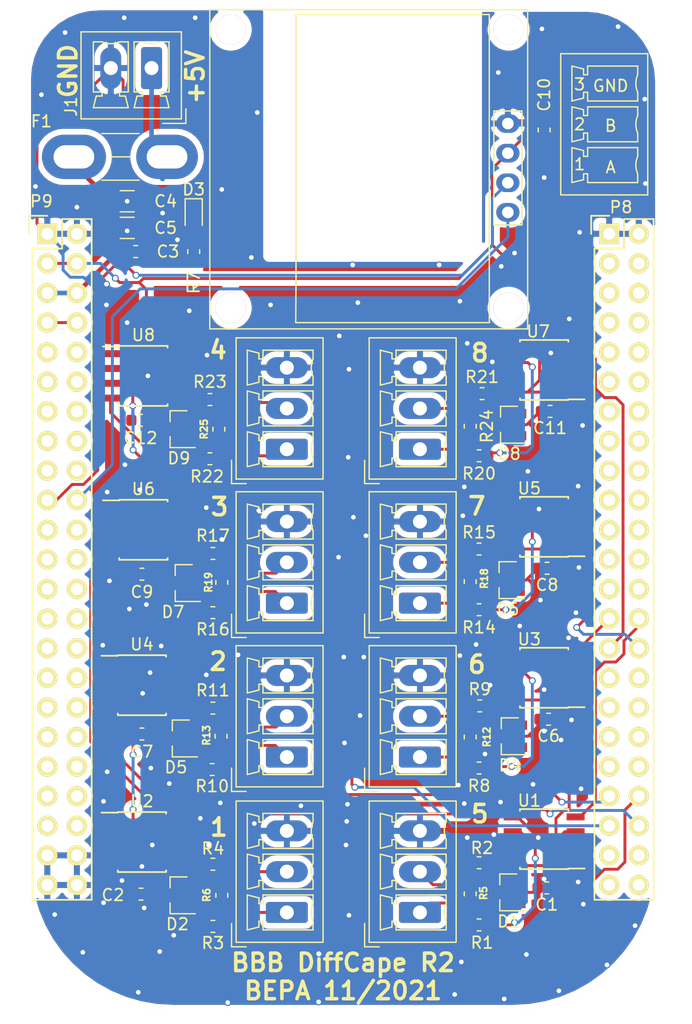
<source format=kicad_pcb>
(kicad_pcb (version 20171130) (host pcbnew "(5.1.7)-1")
  (layers (0 F.Cu signal) (31 B.Cu signal) (34 B.Paste user) (35 F.Paste user) (36 B.SilkS user) (37 F.SilkS user) (38 B.Mask user) (39 F.Mask user) (44 Edge.Cuts user))
  (net 0 "")
  (net 1 GNDD)
  (net 2 +3V3)
  (net 3 +5V)
  (net 4 SYS_5V)
  (net 5 OLED_SDA)
  (net 6 OLED_SCL)
  (net 7 "Net-(D1-Pad2)")
  (net 8 "Net-(D1-Pad1)")
  (net 9 "Net-(D2-Pad2)")
  (net 10 "Net-(D2-Pad1)")
  (net 11 "Net-(D3-Pad2)")
  (net 12 "Net-(D4-Pad2)")
  (net 13 "Net-(D4-Pad1)")
  (net 14 "Net-(D5-Pad2)")
  (net 15 "Net-(D5-Pad1)")
  (net 16 "Net-(D6-Pad2)")
  (net 17 "Net-(D6-Pad1)")
  (net 18 "Net-(D7-Pad2)")
  (net 19 "Net-(D7-Pad1)")
  (net 20 "Net-(D8-Pad2)")
  (net 21 "Net-(D8-Pad1)")
  (net 22 "Net-(D9-Pad2)")
  (net 23 "Net-(D9-Pad1)")
  (net 24 String2)
  (net 25 String1)
  (net 26 String4)
  (net 27 String3)
  (net 28 String6)
  (net 29 String5)
  (net 30 String8)
  (net 31 String7)
  (net 32 "Net-(R1-Pad2)")
  (net 33 "Net-(R2-Pad2)")
  (net 34 "Net-(R3-Pad2)")
  (net 35 "Net-(R4-Pad2)")
  (net 36 "Net-(R8-Pad2)")
  (net 37 "Net-(R9-Pad2)")
  (net 38 "Net-(R10-Pad2)")
  (net 39 "Net-(R11-Pad2)")
  (net 40 "Net-(R14-Pad2)")
  (net 41 "Net-(R15-Pad2)")
  (net 42 "Net-(R16-Pad2)")
  (net 43 "Net-(R17-Pad2)")
  (net 44 "Net-(R20-Pad2)")
  (net 45 "Net-(R21-Pad2)")
  (net 46 "Net-(R22-Pad2)")
  (net 47 "Net-(R23-Pad2)")
  (net 48 /5Vin)
  (net 49 "Net-(P8-Pad3)")
  (net 50 "Net-(P8-Pad4)")
  (net 51 "Net-(P8-Pad5)")
  (net 52 "Net-(P8-Pad6)")
  (net 53 "Net-(P8-Pad7)")
  (net 54 "Net-(P8-Pad8)")
  (net 55 "Net-(P8-Pad9)")
  (net 56 "Net-(P8-Pad10)")
  (net 57 "Net-(P8-Pad11)")
  (net 58 "Net-(P8-Pad12)")
  (net 59 "Net-(P8-Pad13)")
  (net 60 "Net-(P8-Pad14)")
  (net 61 "Net-(P8-Pad15)")
  (net 62 "Net-(P8-Pad16)")
  (net 63 "Net-(P8-Pad17)")
  (net 64 "Net-(P8-Pad18)")
  (net 65 "Net-(P8-Pad19)")
  (net 66 "Net-(P8-Pad20)")
  (net 67 "Net-(P8-Pad21)")
  (net 68 "Net-(P8-Pad22)")
  (net 69 "Net-(P8-Pad23)")
  (net 70 "Net-(P8-Pad24)")
  (net 71 "Net-(P8-Pad25)")
  (net 72 "Net-(P8-Pad26)")
  (net 73 "Net-(P8-Pad31)")
  (net 74 "Net-(P8-Pad32)")
  (net 75 "Net-(P8-Pad33)")
  (net 76 "Net-(P8-Pad34)")
  (net 77 "Net-(P8-Pad35)")
  (net 78 "Net-(P8-Pad36)")
  (net 79 "Net-(P8-Pad37)")
  (net 80 "Net-(P8-Pad38)")
  (net 81 "Net-(P8-Pad43)")
  (net 82 "Net-(P8-Pad44)")
  (net 83 "Net-(P8-Pad45)")
  (net 84 "Net-(P8-Pad46)")
  (net 85 PWR_BUT)
  (net 86 SYS_RESETN)
  (net 87 "Net-(P9-Pad11)")
  (net 88 "Net-(P9-Pad12)")
  (net 89 "Net-(P9-Pad13)")
  (net 90 "Net-(P9-Pad14)")
  (net 91 "Net-(P9-Pad15)")
  (net 92 "Net-(P9-Pad16)")
  (net 93 "Net-(P9-Pad17)")
  (net 94 "Net-(P9-Pad18)")
  (net 95 "Net-(P9-Pad21)")
  (net 96 "Net-(P9-Pad22)")
  (net 97 "Net-(P9-Pad23)")
  (net 98 "Net-(P9-Pad24)")
  (net 99 "Net-(P9-Pad25)")
  (net 100 "Net-(P9-Pad26)")
  (net 101 "Net-(P9-Pad27)")
  (net 102 "Net-(P9-Pad28)")
  (net 103 "Net-(P9-Pad29)")
  (net 104 "Net-(P9-Pad30)")
  (net 105 "Net-(P9-Pad31)")
  (net 106 VDD_ADC)
  (net 107 "Net-(P9-Pad33)")
  (net 108 GNDA_ADC)
  (net 109 "Net-(P9-Pad35)")
  (net 110 "Net-(P9-Pad36)")
  (net 111 "Net-(P9-Pad37)")
  (net 112 "Net-(P9-Pad38)")
  (net 113 "Net-(P9-Pad39)")
  (net 114 "Net-(P9-Pad40)")
  (net 115 "Net-(P9-Pad41)")
  (net 116 "Net-(P9-Pad42)")
  (net 117 "Net-(U1-Pad1)")
  (net 118 "Net-(U2-Pad1)")
  (net 119 "Net-(U3-Pad1)")
  (net 120 "Net-(U4-Pad1)")
  (net 121 "Net-(U5-Pad1)")
  (net 122 "Net-(U6-Pad1)")
  (net 123 "Net-(U7-Pad1)")
  (net 124 "Net-(U8-Pad1)")
  (module Resistor_SMD:R_0603_1608Metric (layer F.Cu) (at 153.4541 81.4324)
    (fp_text reference R20 (at 0 1.524) (layer F.SilkS))
    (fp_text value 10)
    (pad 2 smd roundrect (at 0.7875 0) (size 0.875 0.95) (layers F.Cu F.Paste F.Mask) (net 44 "Net-(R20-Pad2)"))
    (pad 1 smd roundrect (at -0.7875 0) (size 0.875 0.95) (layers F.Cu F.Paste F.Mask) (net 21 "Net-(D8-Pad1)"))
  )
  (module Package_TO_SOT_SMD:SOT-23 (layer F.Cu) (at 156.1211 105.4989 180)
    (fp_text reference D4 (at 0 -2.5) (layer F.SilkS))
    (fp_text value PSM712)
    (pad 3 smd rect (at 1 0 180) (size 0.9 0.8) (layers F.Cu F.Paste F.Mask) (net 1 GNDD))
    (pad 2 smd rect (at -1 0.95 180) (size 0.9 0.8) (layers F.Cu F.Paste F.Mask) (net 12 "Net-(D4-Pad2)"))
    (pad 1 smd rect (at -1 -0.95 180) (size 0.9 0.8) (layers F.Cu F.Paste F.Mask) (net 13 "Net-(D4-Pad1)"))
  )
  (module Resistor_SMD:R_0603_1608Metric (layer F.Cu) (at 131.3561 119.1514 270)
    (fp_text reference R6 (at -0.0254 1.2954 90) (layer F.SilkS) (effects (font (size 0.6 0.6))))
    (fp_text value 120)
    (pad 2 smd roundrect (at 0.7875 0 270) (size 0.875 0.95) (layers F.Cu F.Paste F.Mask) (net 10 "Net-(D2-Pad1)"))
    (pad 1 smd roundrect (at -0.7875 0 270) (size 0.875 0.95) (layers F.Cu F.Paste F.Mask) (net 9 "Net-(D2-Pad2)"))
  )
  (module Package_TO_SOT_SMD:SOT-23 (layer F.Cu) (at 127.8636 105.6894 180)
    (fp_text reference D5 (at 0.4445 -2.4765) (layer F.SilkS))
    (fp_text value PSM712)
    (pad 3 smd rect (at 1 0 180) (size 0.9 0.8) (layers F.Cu F.Paste F.Mask) (net 1 GNDD))
    (pad 2 smd rect (at -1 0.95 180) (size 0.9 0.8) (layers F.Cu F.Paste F.Mask) (net 14 "Net-(D5-Pad2)"))
    (pad 1 smd rect (at -1 -0.95 180) (size 0.9 0.8) (layers F.Cu F.Paste F.Mask) (net 15 "Net-(D5-Pad1)"))
  )
  (module Connector_Phoenix_MC:PhoenixContact_MCV_1,5_3-G-3.5_1x03_P3.50mm_Vertical (layer F.Cu) (at 136.9441 94.0764 90)
    (fp_text reference J7 hide)
    (fp_text value Screw_Terminal_01x03)
    (pad 3 thru_hole oval (at 7 0 90) (size 1.8 3.6) (drill 1.2) (layers *.Cu *.Mask) (net 1 GNDD))
    (pad 2 thru_hole oval (at 3.5 0 90) (size 1.8 3.6) (drill 1.2) (layers *.Cu *.Mask) (net 18 "Net-(D7-Pad2)"))
    (pad 1 thru_hole roundrect (at 0 0 90) (size 1.8 3.6) (drill 1.2) (layers *.Cu *.Mask) (roundrect_rratio 0.138889) (net 19 "Net-(D7-Pad1)"))
  )
  (module Fiducial:Fiducial_0.5mm_Mask1mm (layer F.Cu) (at 160.5661 124.3584)
    (fp_text reference FID3 hide)
    (fp_text value Fiducial)
    (pad "" smd circle (at 0 0) (size 0.5 0.5) (layers F.Cu F.Mask) (clearance 0.25))
  )
  (module Fiducial:Fiducial_0.5mm_Mask1mm (layer F.Cu) (at 121.9581 124.3584)
    (fp_text reference FID2 hide)
    (fp_text value Fiducial)
    (pad "" smd circle (at 0 0) (size 0.5 0.5) (layers F.Cu F.Mask) (clearance 0.25))
  )
  (module Fiducial:Fiducial_0.5mm_Mask1mm (layer F.Cu) (at 159.8041 61.8744)
    (fp_text reference FID1 hide)
    (fp_text value Fiducial)
    (pad "" smd circle (at 0 0) (size 0.5 0.5) (layers F.Cu F.Mask) (clearance 0.25))
  )
  (module Package_SO:SOIC-8_3.9x4.9mm_P1.27mm (layer F.Cu) (at 124.4981 114.5794)
    (fp_text reference U2 (at 0 -3.5) (layer F.SilkS))
    (fp_text value SP3485EN)
    (pad 8 smd rect (at 2.7 -1.905) (size 1.55 0.6) (layers F.Cu F.Paste F.Mask) (net 2 +3V3))
    (pad 7 smd rect (at 2.7 -0.635) (size 1.55 0.6) (layers F.Cu F.Paste F.Mask) (net 35 "Net-(R4-Pad2)"))
    (pad 6 smd rect (at 2.7 0.635) (size 1.55 0.6) (layers F.Cu F.Paste F.Mask) (net 34 "Net-(R3-Pad2)"))
    (pad 5 smd rect (at 2.7 1.905) (size 1.55 0.6) (layers F.Cu F.Paste F.Mask) (net 1 GNDD))
    (pad 4 smd rect (at -2.7 1.905) (size 1.55 0.6) (layers F.Cu F.Paste F.Mask) (net 29 String5))
    (pad 3 smd rect (at -2.7 0.635) (size 1.55 0.6) (layers F.Cu F.Paste F.Mask) (net 2 +3V3))
    (pad 2 smd rect (at -2.7 -0.635) (size 1.55 0.6) (layers F.Cu F.Paste F.Mask) (net 2 +3V3))
    (pad 1 smd rect (at -2.7 -1.905) (size 1.55 0.6) (layers F.Cu F.Paste F.Mask) (net 118 "Net-(U2-Pad1)"))
  )
  (module Package_TO_SOT_SMD:SOT-23 (layer F.Cu) (at 127.6731 119.1514 180)
    (fp_text reference D2 (at 0.127 -2.4765) (layer F.SilkS))
    (fp_text value PSM712)
    (pad 3 smd rect (at 1 0 180) (size 0.9 0.8) (layers F.Cu F.Paste F.Mask) (net 1 GNDD))
    (pad 2 smd rect (at -1 0.95 180) (size 0.9 0.8) (layers F.Cu F.Paste F.Mask) (net 9 "Net-(D2-Pad2)"))
    (pad 1 smd rect (at -1 -0.95 180) (size 0.9 0.8) (layers F.Cu F.Paste F.Mask) (net 10 "Net-(D2-Pad1)"))
  )
  (module Resistor_SMD:R_0603_1608Metric (layer F.Cu) (at 130.5941 121.8184 180)
    (fp_text reference R3 (at 0 -1.43) (layer F.SilkS))
    (fp_text value 10)
    (pad 2 smd roundrect (at 0.7875 0 180) (size 0.875 0.95) (layers F.Cu F.Paste F.Mask) (net 34 "Net-(R3-Pad2)"))
    (pad 1 smd roundrect (at -0.7875 0 180) (size 0.875 0.95) (layers F.Cu F.Paste F.Mask) (net 10 "Net-(D2-Pad1)"))
  )
  (module Resistor_SMD:R_0603_1608Metric (layer F.Cu) (at 153.4541 116.3574)
    (fp_text reference R2 (at 0.254 -1.27) (layer F.SilkS))
    (fp_text value 10)
    (pad 2 smd roundrect (at 0.7875 0) (size 0.875 0.95) (layers F.Cu F.Paste F.Mask) (net 33 "Net-(R2-Pad2)"))
    (pad 1 smd roundrect (at -0.7875 0) (size 0.875 0.95) (layers F.Cu F.Paste F.Mask) (net 7 "Net-(D1-Pad2)"))
  )
  (module Package_SO:SOIC-8_3.9x4.9mm_P1.27mm (layer F.Cu) (at 159.0421 74.0664 180)
    (fp_text reference U7 (at 0.508 3.302) (layer F.SilkS))
    (fp_text value SP3485EN)
    (pad 8 smd rect (at 2.7 -1.905 180) (size 1.55 0.6) (layers F.Cu F.Paste F.Mask) (net 2 +3V3))
    (pad 7 smd rect (at 2.7 -0.635 180) (size 1.55 0.6) (layers F.Cu F.Paste F.Mask) (net 45 "Net-(R21-Pad2)"))
    (pad 6 smd rect (at 2.7 0.635 180) (size 1.55 0.6) (layers F.Cu F.Paste F.Mask) (net 44 "Net-(R20-Pad2)"))
    (pad 5 smd rect (at 2.7 1.905 180) (size 1.55 0.6) (layers F.Cu F.Paste F.Mask) (net 1 GNDD))
    (pad 4 smd rect (at -2.7 1.905 180) (size 1.55 0.6) (layers F.Cu F.Paste F.Mask) (net 26 String4))
    (pad 3 smd rect (at -2.7 0.635 180) (size 1.55 0.6) (layers F.Cu F.Paste F.Mask) (net 2 +3V3))
    (pad 2 smd rect (at -2.7 -0.635 180) (size 1.55 0.6) (layers F.Cu F.Paste F.Mask) (net 2 +3V3))
    (pad 1 smd rect (at -2.7 -1.905 180) (size 1.55 0.6) (layers F.Cu F.Paste F.Mask) (net 123 "Net-(U7-Pad1)"))
  )
  (module "" (layer F.Cu) (at 161.3281 52.9844 90)
    (fp_text reference "" (at 0 0 90) (layer F.SilkS) (effects (font (size 1.27 1.27))))
    (fp_text value "" (at 0 0 90) (layer F.SilkS) (effects (font (size 1.27 1.27))))
  )
  (module Socket_BeagleBone_Black:Socket_BeagleBone_Black (layer F.Cu) (at 164.6301 62.3824)
    (fp_text reference P8 (at 1.016 -2.286) (layer F.SilkS))
    (fp_text value BeagleBone_Black_Header)
    (pad 1 thru_hole rect (at 0 0) (size 1.7272 1.7272) (drill 1.016) (layers *.Cu *.Mask F.SilkS) (net 1 GNDD))
    (pad 2 thru_hole oval (at 2.54 0) (size 1.7272 1.7272) (drill 1.016) (layers *.Cu *.Mask F.SilkS) (net 1 GNDD))
    (pad 3 thru_hole oval (at 0 2.54) (size 1.7272 1.7272) (drill 1.016) (layers *.Cu *.Mask F.SilkS) (net 49 "Net-(P8-Pad3)"))
    (pad 4 thru_hole oval (at 2.54 2.54) (size 1.7272 1.7272) (drill 1.016) (layers *.Cu *.Mask F.SilkS) (net 50 "Net-(P8-Pad4)"))
    (pad 5 thru_hole oval (at 0 5.08) (size 1.7272 1.7272) (drill 1.016) (layers *.Cu *.Mask F.SilkS) (net 51 "Net-(P8-Pad5)"))
    (pad 6 thru_hole oval (at 2.54 5.08) (size 1.7272 1.7272) (drill 1.016) (layers *.Cu *.Mask F.SilkS) (net 52 "Net-(P8-Pad6)"))
    (pad 7 thru_hole oval (at 0 7.62) (size 1.7272 1.7272) (drill 1.016) (layers *.Cu *.Mask F.SilkS) (net 53 "Net-(P8-Pad7)"))
    (pad 8 thru_hole oval (at 2.54 7.62) (size 1.7272 1.7272) (drill 1.016) (layers *.Cu *.Mask F.SilkS) (net 54 "Net-(P8-Pad8)"))
    (pad 9 thru_hole oval (at 0 10.16) (size 1.7272 1.7272) (drill 1.016) (layers *.Cu *.Mask F.SilkS) (net 55 "Net-(P8-Pad9)"))
    (pad 10 thru_hole oval (at 2.54 10.16) (size 1.7272 1.7272) (drill 1.016) (layers *.Cu *.Mask F.SilkS) (net 56 "Net-(P8-Pad10)"))
    (pad 11 thru_hole oval (at 0 12.7) (size 1.7272 1.7272) (drill 1.016) (layers *.Cu *.Mask F.SilkS) (net 57 "Net-(P8-Pad11)"))
    (pad 12 thru_hole oval (at 2.54 12.7) (size 1.7272 1.7272) (drill 1.016) (layers *.Cu *.Mask F.SilkS) (net 58 "Net-(P8-Pad12)"))
    (pad 13 thru_hole oval (at 0 15.24) (size 1.7272 1.7272) (drill 1.016) (layers *.Cu *.Mask F.SilkS) (net 59 "Net-(P8-Pad13)"))
    (pad 14 thru_hole oval (at 2.54 15.24) (size 1.7272 1.7272) (drill 1.016) (layers *.Cu *.Mask F.SilkS) (net 60 "Net-(P8-Pad14)"))
    (pad 15 thru_hole oval (at 0 17.78) (size 1.7272 1.7272) (drill 1.016) (layers *.Cu *.Mask F.SilkS) (net 61 "Net-(P8-Pad15)"))
    (pad 16 thru_hole oval (at 2.54 17.78) (size 1.7272 1.7272) (drill 1.016) (layers *.Cu *.Mask F.SilkS) (net 62 "Net-(P8-Pad16)"))
    (pad 17 thru_hole oval (at 0 20.32) (size 1.7272 1.7272) (drill 1.016) (layers *.Cu *.Mask F.SilkS) (net 63 "Net-(P8-Pad17)"))
    (pad 18 thru_hole oval (at 2.54 20.32) (size 1.7272 1.7272) (drill 1.016) (layers *.Cu *.Mask F.SilkS) (net 64 "Net-(P8-Pad18)"))
    (pad 19 thru_hole oval (at 0 22.86) (size 1.7272 1.7272) (drill 1.016) (layers *.Cu *.Mask F.SilkS) (net 65 "Net-(P8-Pad19)"))
    (pad 20 thru_hole oval (at 2.54 22.86) (size 1.7272 1.7272) (drill 1.016) (layers *.Cu *.Mask F.SilkS) (net 66 "Net-(P8-Pad20)"))
    (pad 21 thru_hole oval (at 0 25.4) (size 1.7272 1.7272) (drill 1.016) (layers *.Cu *.Mask F.SilkS) (net 67 "Net-(P8-Pad21)"))
    (pad 22 thru_hole oval (at 2.54 25.4) (size 1.7272 1.7272) (drill 1.016) (layers *.Cu *.Mask F.SilkS) (net 68 "Net-(P8-Pad22)"))
    (pad 23 thru_hole oval (at 0 27.94) (size 1.7272 1.7272) (drill 1.016) (layers *.Cu *.Mask F.SilkS) (net 69 "Net-(P8-Pad23)"))
    (pad 24 thru_hole oval (at 2.54 27.94) (size 1.7272 1.7272) (drill 1.016) (layers *.Cu *.Mask F.SilkS) (net 70 "Net-(P8-Pad24)"))
    (pad 25 thru_hole oval (at 0 30.48) (size 1.7272 1.7272) (drill 1.016) (layers *.Cu *.Mask F.SilkS) (net 71 "Net-(P8-Pad25)"))
    (pad 26 thru_hole oval (at 2.54 30.48) (size 1.7272 1.7272) (drill 1.016) (layers *.Cu *.Mask F.SilkS) (net 72 "Net-(P8-Pad26)"))
    (pad 27 thru_hole oval (at 0 33.02) (size 1.7272 1.7272) (drill 1.016) (layers *.Cu *.Mask F.SilkS) (net 24 String2))
    (pad 28 thru_hole oval (at 2.54 33.02) (size 1.7272 1.7272) (drill 1.016) (layers *.Cu *.Mask F.SilkS) (net 25 String1))
    (pad 29 thru_hole oval (at 0 35.56) (size 1.7272 1.7272) (drill 1.016) (layers *.Cu *.Mask F.SilkS) (net 26 String4))
    (pad 30 thru_hole oval (at 2.54 35.56) (size 1.7272 1.7272) (drill 1.016) (layers *.Cu *.Mask F.SilkS) (net 27 String3))
    (pad 31 thru_hole oval (at 0 38.1) (size 1.7272 1.7272) (drill 1.016) (layers *.Cu *.Mask F.SilkS) (net 73 "Net-(P8-Pad31)"))
    (pad 32 thru_hole oval (at 2.54 38.1) (size 1.7272 1.7272) (drill 1.016) (layers *.Cu *.Mask F.SilkS) (net 74 "Net-(P8-Pad32)"))
    (pad 33 thru_hole oval (at 0 40.64) (size 1.7272 1.7272) (drill 1.016) (layers *.Cu *.Mask F.SilkS) (net 75 "Net-(P8-Pad33)"))
    (pad 34 thru_hole oval (at 2.54 40.64) (size 1.7272 1.7272) (drill 1.016) (layers *.Cu *.Mask F.SilkS) (net 76 "Net-(P8-Pad34)"))
    (pad 35 thru_hole oval (at 0 43.18) (size 1.7272 1.7272) (drill 1.016) (layers *.Cu *.Mask F.SilkS) (net 77 "Net-(P8-Pad35)"))
    (pad 36 thru_hole oval (at 2.54 43.18) (size 1.7272 1.7272) (drill 1.016) (layers *.Cu *.Mask F.SilkS) (net 78 "Net-(P8-Pad36)"))
    (pad 37 thru_hole oval (at 0 45.72) (size 1.7272 1.7272) (drill 1.016) (layers *.Cu *.Mask F.SilkS) (net 79 "Net-(P8-Pad37)"))
    (pad 38 thru_hole oval (at 2.54 45.72) (size 1.7272 1.7272) (drill 1.016) (layers *.Cu *.Mask F.SilkS) (net 80 "Net-(P8-Pad38)"))
    (pad 39 thru_hole oval (at 0 48.26) (size 1.7272 1.7272) (drill 1.016) (layers *.Cu *.Mask F.SilkS) (net 28 String6))
    (pad 40 thru_hole oval (at 2.54 48.26) (size 1.7272 1.7272) (drill 1.016) (layers *.Cu *.Mask F.SilkS) (net 29 String5))
    (pad 41 thru_hole oval (at 0 50.8) (size 1.7272 1.7272) (drill 1.016) (layers *.Cu *.Mask F.SilkS) (net 30 String8))
    (pad 42 thru_hole oval (at 2.54 50.8) (size 1.7272 1.7272) (drill 1.016) (layers *.Cu *.Mask F.SilkS) (net 31 String7))
    (pad 43 thru_hole oval (at 0 53.34) (size 1.7272 1.7272) (drill 1.016) (layers *.Cu *.Mask F.SilkS) (net 81 "Net-(P8-Pad43)"))
    (pad 44 thru_hole oval (at 2.54 53.34) (size 1.7272 1.7272) (drill 1.016) (layers *.Cu *.Mask F.SilkS) (net 82 "Net-(P8-Pad44)"))
    (pad 45 thru_hole oval (at 0 55.88) (size 1.7272 1.7272) (drill 1.016) (layers *.Cu *.Mask F.SilkS) (net 83 "Net-(P8-Pad45)"))
    (pad 46 thru_hole oval (at 2.54 55.88) (size 1.7272 1.7272) (drill 1.016) (layers *.Cu *.Mask F.SilkS) (net 84 "Net-(P8-Pad46)"))
  )
  (module Package_SO:SOIC-8_3.9x4.9mm_P1.27mm (layer F.Cu) (at 124.4981 101.1174)
    (fp_text reference U4 (at 0 -3.5) (layer F.SilkS))
    (fp_text value SP3485EN)
    (pad 8 smd rect (at 2.7 -1.905) (size 1.55 0.6) (layers F.Cu F.Paste F.Mask) (net 2 +3V3))
    (pad 7 smd rect (at 2.7 -0.635) (size 1.55 0.6) (layers F.Cu F.Paste F.Mask) (net 39 "Net-(R11-Pad2)"))
    (pad 6 smd rect (at 2.7 0.635) (size 1.55 0.6) (layers F.Cu F.Paste F.Mask) (net 38 "Net-(R10-Pad2)"))
    (pad 5 smd rect (at 2.7 1.905) (size 1.55 0.6) (layers F.Cu F.Paste F.Mask) (net 1 GNDD))
    (pad 4 smd rect (at -2.7 1.905) (size 1.55 0.6) (layers F.Cu F.Paste F.Mask) (net 28 String6))
    (pad 3 smd rect (at -2.7 0.635) (size 1.55 0.6) (layers F.Cu F.Paste F.Mask) (net 2 +3V3))
    (pad 2 smd rect (at -2.7 -0.635) (size 1.55 0.6) (layers F.Cu F.Paste F.Mask) (net 2 +3V3))
    (pad 1 smd rect (at -2.7 -1.905) (size 1.55 0.6) (layers F.Cu F.Paste F.Mask) (net 120 "Net-(U4-Pad1)"))
  )
  (module Fuse:Fuse_Blade_Mini_directSolder (layer F.Cu) (at 118.6561 55.7784)
    (fp_text reference F1 (at -2.794 -3.048) (layer F.SilkS))
    (fp_text value 2A)
    (pad 2 thru_hole oval (at 8 0) (size 5.3 3.8) (drill oval 3.5 2) (layers *.Cu *.Mask) (net 48 /5Vin))
    (pad 1 thru_hole oval (at 0 0) (size 5.5 3.8) (drill oval 3.5 2) (layers *.Cu *.Mask) (net 3 +5V))
  )
  (module Package_SO:SOIC-8_3.9x4.9mm_P1.27mm (layer F.Cu) (at 124.6251 74.5744)
    (fp_text reference U8 (at 0 -3.5) (layer F.SilkS))
    (fp_text value SP3485EN)
    (pad 8 smd rect (at 2.7 -1.905) (size 1.55 0.6) (layers F.Cu F.Paste F.Mask) (net 2 +3V3))
    (pad 7 smd rect (at 2.7 -0.635) (size 1.55 0.6) (layers F.Cu F.Paste F.Mask) (net 47 "Net-(R23-Pad2)"))
    (pad 6 smd rect (at 2.7 0.635) (size 1.55 0.6) (layers F.Cu F.Paste F.Mask) (net 46 "Net-(R22-Pad2)"))
    (pad 5 smd rect (at 2.7 1.905) (size 1.55 0.6) (layers F.Cu F.Paste F.Mask) (net 1 GNDD))
    (pad 4 smd rect (at -2.7 1.905) (size 1.55 0.6) (layers F.Cu F.Paste F.Mask) (net 30 String8))
    (pad 3 smd rect (at -2.7 0.635) (size 1.55 0.6) (layers F.Cu F.Paste F.Mask) (net 2 +3V3))
    (pad 2 smd rect (at -2.7 -0.635) (size 1.55 0.6) (layers F.Cu F.Paste F.Mask) (net 2 +3V3))
    (pad 1 smd rect (at -2.7 -1.905) (size 1.55 0.6) (layers F.Cu F.Paste F.Mask) (net 124 "Net-(U8-Pad1)"))
  )
  (module Package_SO:SOIC-8_3.9x4.9mm_P1.27mm (layer F.Cu) (at 124.6251 87.7824)
    (fp_text reference U6 (at 0 -3.5) (layer F.SilkS))
    (fp_text value SP3485EN)
    (pad 8 smd rect (at 2.7 -1.905) (size 1.55 0.6) (layers F.Cu F.Paste F.Mask) (net 2 +3V3))
    (pad 7 smd rect (at 2.7 -0.635) (size 1.55 0.6) (layers F.Cu F.Paste F.Mask) (net 43 "Net-(R17-Pad2)"))
    (pad 6 smd rect (at 2.7 0.635) (size 1.55 0.6) (layers F.Cu F.Paste F.Mask) (net 42 "Net-(R16-Pad2)"))
    (pad 5 smd rect (at 2.7 1.905) (size 1.55 0.6) (layers F.Cu F.Paste F.Mask) (net 1 GNDD))
    (pad 4 smd rect (at -2.7 1.905) (size 1.55 0.6) (layers F.Cu F.Paste F.Mask) (net 31 String7))
    (pad 3 smd rect (at -2.7 0.635) (size 1.55 0.6) (layers F.Cu F.Paste F.Mask) (net 2 +3V3))
    (pad 2 smd rect (at -2.7 -0.635) (size 1.55 0.6) (layers F.Cu F.Paste F.Mask) (net 2 +3V3))
    (pad 1 smd rect (at -2.7 -1.905) (size 1.55 0.6) (layers F.Cu F.Paste F.Mask) (net 122 "Net-(U6-Pad1)"))
  )
  (module Package_SO:SOIC-8_3.9x4.9mm_P1.27mm (layer F.Cu) (at 159.0421 87.5284 180)
    (fp_text reference U5 (at 1.27 3.302) (layer F.SilkS))
    (fp_text value SP3485EN)
    (pad 8 smd rect (at 2.7 -1.905 180) (size 1.55 0.6) (layers F.Cu F.Paste F.Mask) (net 2 +3V3))
    (pad 7 smd rect (at 2.7 -0.635 180) (size 1.55 0.6) (layers F.Cu F.Paste F.Mask) (net 41 "Net-(R15-Pad2)"))
    (pad 6 smd rect (at 2.7 0.635 180) (size 1.55 0.6) (layers F.Cu F.Paste F.Mask) (net 40 "Net-(R14-Pad2)"))
    (pad 5 smd rect (at 2.7 1.905 180) (size 1.55 0.6) (layers F.Cu F.Paste F.Mask) (net 1 GNDD))
    (pad 4 smd rect (at -2.7 1.905 180) (size 1.55 0.6) (layers F.Cu F.Paste F.Mask) (net 27 String3))
    (pad 3 smd rect (at -2.7 0.635 180) (size 1.55 0.6) (layers F.Cu F.Paste F.Mask) (net 2 +3V3))
    (pad 2 smd rect (at -2.7 -0.635 180) (size 1.55 0.6) (layers F.Cu F.Paste F.Mask) (net 2 +3V3))
    (pad 1 smd rect (at -2.7 -1.905 180) (size 1.55 0.6) (layers F.Cu F.Paste F.Mask) (net 121 "Net-(U5-Pad1)"))
  )
  (module Package_SO:SOIC-8_3.9x4.9mm_P1.27mm (layer F.Cu) (at 159.0421 100.4824 180)
    (fp_text reference U3 (at 1.27 3.302) (layer F.SilkS))
    (fp_text value SP3485EN)
    (pad 8 smd rect (at 2.7 -1.905 180) (size 1.55 0.6) (layers F.Cu F.Paste F.Mask) (net 2 +3V3))
    (pad 7 smd rect (at 2.7 -0.635 180) (size 1.55 0.6) (layers F.Cu F.Paste F.Mask) (net 37 "Net-(R9-Pad2)"))
    (pad 6 smd rect (at 2.7 0.635 180) (size 1.55 0.6) (layers F.Cu F.Paste F.Mask) (net 36 "Net-(R8-Pad2)"))
    (pad 5 smd rect (at 2.7 1.905 180) (size 1.55 0.6) (layers F.Cu F.Paste F.Mask) (net 1 GNDD))
    (pad 4 smd rect (at -2.7 1.905 180) (size 1.55 0.6) (layers F.Cu F.Paste F.Mask) (net 24 String2))
    (pad 3 smd rect (at -2.7 0.635 180) (size 1.55 0.6) (layers F.Cu F.Paste F.Mask) (net 2 +3V3))
    (pad 2 smd rect (at -2.7 -0.635 180) (size 1.55 0.6) (layers F.Cu F.Paste F.Mask) (net 2 +3V3))
    (pad 1 smd rect (at -2.7 -1.905 180) (size 1.55 0.6) (layers F.Cu F.Paste F.Mask) (net 119 "Net-(U3-Pad1)"))
  )
  (module Package_SO:SOIC-8_3.9x4.9mm_P1.27mm (layer F.Cu) (at 159.0421 114.3254 180)
    (fp_text reference U1 (at 1.27 3.302) (layer F.SilkS))
    (fp_text value SP3485EN)
    (pad 8 smd rect (at 2.7 -1.905 180) (size 1.55 0.6) (layers F.Cu F.Paste F.Mask) (net 2 +3V3))
    (pad 7 smd rect (at 2.7 -0.635 180) (size 1.55 0.6) (layers F.Cu F.Paste F.Mask) (net 33 "Net-(R2-Pad2)"))
    (pad 6 smd rect (at 2.7 0.635 180) (size 1.55 0.6) (layers F.Cu F.Paste F.Mask) (net 32 "Net-(R1-Pad2)"))
    (pad 5 smd rect (at 2.7 1.905 180) (size 1.55 0.6) (layers F.Cu F.Paste F.Mask) (net 1 GNDD))
    (pad 4 smd rect (at -2.7 1.905 180) (size 1.55 0.6) (layers F.Cu F.Paste F.Mask) (net 25 String1))
    (pad 3 smd rect (at -2.7 0.635 180) (size 1.55 0.6) (layers F.Cu F.Paste F.Mask) (net 2 +3V3))
    (pad 2 smd rect (at -2.7 -0.635 180) (size 1.55 0.6) (layers F.Cu F.Paste F.Mask) (net 2 +3V3))
    (pad 1 smd rect (at -2.7 -1.905 180) (size 1.55 0.6) (layers F.Cu F.Paste F.Mask) (net 117 "Net-(U1-Pad1)"))
  )
  (module Resistor_SMD:R_0603_1608Metric (layer F.Cu) (at 131.1021 79.1464 270)
    (fp_text reference R25 (at 0 1.27 90) (layer F.SilkS) (effects (font (size 0.6 0.6))))
    (fp_text value 120)
    (pad 2 smd roundrect (at 0.7875 0 270) (size 0.875 0.95) (layers F.Cu F.Paste F.Mask) (net 23 "Net-(D9-Pad1)"))
    (pad 1 smd roundrect (at -0.7875 0 270) (size 0.875 0.95) (layers F.Cu F.Paste F.Mask) (net 22 "Net-(D9-Pad2)"))
  )
  (module Resistor_SMD:R_0603_1608Metric (layer F.Cu) (at 152.6921 78.8924 270)
    (fp_text reference R24 (at 0 -1.43 90) (layer F.SilkS))
    (fp_text value 120)
    (pad 2 smd roundrect (at 0.7875 0 270) (size 0.875 0.95) (layers F.Cu F.Paste F.Mask) (net 21 "Net-(D8-Pad1)"))
    (pad 1 smd roundrect (at -0.7875 0 270) (size 0.875 0.95) (layers F.Cu F.Paste F.Mask) (net 20 "Net-(D8-Pad2)"))
  )
  (module Resistor_SMD:R_0603_1608Metric (layer F.Cu) (at 130.3401 76.6064 180)
    (fp_text reference R23 (at 0 1.524) (layer F.SilkS))
    (fp_text value 10)
    (pad 2 smd roundrect (at 0.7875 0 180) (size 0.875 0.95) (layers F.Cu F.Paste F.Mask) (net 47 "Net-(R23-Pad2)"))
    (pad 1 smd roundrect (at -0.7875 0 180) (size 0.875 0.95) (layers F.Cu F.Paste F.Mask) (net 22 "Net-(D9-Pad2)"))
  )
  (module Resistor_SMD:R_0603_1608Metric (layer F.Cu) (at 130.3401 81.6864 180)
    (fp_text reference R22 (at 0.254 -1.524) (layer F.SilkS))
    (fp_text value 10)
    (pad 2 smd roundrect (at 0.7875 0 180) (size 0.875 0.95) (layers F.Cu F.Paste F.Mask) (net 46 "Net-(R22-Pad2)"))
    (pad 1 smd roundrect (at -0.7875 0 180) (size 0.875 0.95) (layers F.Cu F.Paste F.Mask) (net 23 "Net-(D9-Pad1)"))
  )
  (module Resistor_SMD:R_0603_1608Metric (layer F.Cu) (at 153.7081 76.0984)
    (fp_text reference R21 (at 0 -1.43) (layer F.SilkS))
    (fp_text value 10)
    (pad 2 smd roundrect (at 0.7875 0) (size 0.875 0.95) (layers F.Cu F.Paste F.Mask) (net 45 "Net-(R21-Pad2)"))
    (pad 1 smd roundrect (at -0.7875 0) (size 0.875 0.95) (layers F.Cu F.Paste F.Mask) (net 20 "Net-(D8-Pad2)"))
  )
  (module Resistor_SMD:R_0603_1608Metric (layer F.Cu) (at 131.3561 92.2909 270)
    (fp_text reference R19 (at 0 1.143 90) (layer F.SilkS) (effects (font (size 0.6 0.6))))
    (fp_text value 120)
    (pad 2 smd roundrect (at 0.7875 0 270) (size 0.875 0.95) (layers F.Cu F.Paste F.Mask) (net 19 "Net-(D7-Pad1)"))
    (pad 1 smd roundrect (at -0.7875 0 270) (size 0.875 0.95) (layers F.Cu F.Paste F.Mask) (net 18 "Net-(D7-Pad2)"))
  )
  (module Resistor_SMD:R_0603_1608Metric (layer F.Cu) (at 152.6921 92.2274 270)
    (fp_text reference R18 (at -0.254 -1.2065 90) (layer F.SilkS) (effects (font (size 0.6 0.6))))
    (fp_text value 120)
    (pad 2 smd roundrect (at 0.7875 0 270) (size 0.875 0.95) (layers F.Cu F.Paste F.Mask) (net 17 "Net-(D6-Pad1)"))
    (pad 1 smd roundrect (at -0.7875 0 270) (size 0.875 0.95) (layers F.Cu F.Paste F.Mask) (net 16 "Net-(D6-Pad2)"))
  )
  (module Resistor_SMD:R_0603_1608Metric (layer F.Cu) (at 130.5941 89.8144 180)
    (fp_text reference R17 (at 0 1.524) (layer F.SilkS))
    (fp_text value 10)
    (pad 2 smd roundrect (at 0.7875 0 180) (size 0.875 0.95) (layers F.Cu F.Paste F.Mask) (net 43 "Net-(R17-Pad2)"))
    (pad 1 smd roundrect (at -0.7875 0 180) (size 0.875 0.95) (layers F.Cu F.Paste F.Mask) (net 18 "Net-(D7-Pad2)"))
  )
  (module Resistor_SMD:R_0603_1608Metric (layer F.Cu) (at 130.5941 94.8944 180)
    (fp_text reference R16 (at 0 -1.43) (layer F.SilkS))
    (fp_text value 10)
    (pad 2 smd roundrect (at 0.7875 0 180) (size 0.875 0.95) (layers F.Cu F.Paste F.Mask) (net 42 "Net-(R16-Pad2)"))
    (pad 1 smd roundrect (at -0.7875 0 180) (size 0.875 0.95) (layers F.Cu F.Paste F.Mask) (net 19 "Net-(D7-Pad1)"))
  )
  (module Resistor_SMD:R_0603_1608Metric (layer F.Cu) (at 153.4541 89.4334)
    (fp_text reference R15 (at 0 -1.43) (layer F.SilkS))
    (fp_text value 10)
    (pad 2 smd roundrect (at 0.7875 0) (size 0.875 0.95) (layers F.Cu F.Paste F.Mask) (net 41 "Net-(R15-Pad2)"))
    (pad 1 smd roundrect (at -0.7875 0) (size 0.875 0.95) (layers F.Cu F.Paste F.Mask) (net 16 "Net-(D6-Pad2)"))
  )
  (module Resistor_SMD:R_0603_1608Metric (layer F.Cu) (at 153.4541 94.6404)
    (fp_text reference R14 (at 0 1.524) (layer F.SilkS))
    (fp_text value 10)
    (pad 2 smd roundrect (at 0.7875 0) (size 0.875 0.95) (layers F.Cu F.Paste F.Mask) (net 40 "Net-(R14-Pad2)"))
    (pad 1 smd roundrect (at -0.7875 0) (size 0.875 0.95) (layers F.Cu F.Paste F.Mask) (net 17 "Net-(D6-Pad1)"))
  )
  (module Resistor_SMD:R_0603_1608Metric (layer F.Cu) (at 131.2926 105.4989 270)
    (fp_text reference R13 (at -0.0762 1.2446 90) (layer F.SilkS) (effects (font (size 0.6 0.6))))
    (fp_text value 120)
    (pad 2 smd roundrect (at 0.7875 0 270) (size 0.875 0.95) (layers F.Cu F.Paste F.Mask) (net 15 "Net-(D5-Pad1)"))
    (pad 1 smd roundrect (at -0.7875 0 270) (size 0.875 0.95) (layers F.Cu F.Paste F.Mask) (net 14 "Net-(D5-Pad2)"))
  )
  (module Resistor_SMD:R_0603_1608Metric (layer F.Cu) (at 152.6921 105.5624 270)
    (fp_text reference R12 (at 0 -1.43 90) (layer F.SilkS) (effects (font (size 0.6 0.6))))
    (fp_text value 120)
    (pad 2 smd roundrect (at 0.7875 0 270) (size 0.875 0.95) (layers F.Cu F.Paste F.Mask) (net 13 "Net-(D4-Pad1)"))
    (pad 1 smd roundrect (at -0.7875 0 270) (size 0.875 0.95) (layers F.Cu F.Paste F.Mask) (net 12 "Net-(D4-Pad2)"))
  )
  (module Resistor_SMD:R_0603_1608Metric (layer F.Cu) (at 130.5941 103.0859 180)
    (fp_text reference R11 (at 0 1.524) (layer F.SilkS))
    (fp_text value 10)
    (pad 2 smd roundrect (at 0.7875 0 180) (size 0.875 0.95) (layers F.Cu F.Paste F.Mask) (net 39 "Net-(R11-Pad2)"))
    (pad 1 smd roundrect (at -0.7875 0 180) (size 0.875 0.95) (layers F.Cu F.Paste F.Mask) (net 14 "Net-(D5-Pad2)"))
  )
  (module Resistor_SMD:R_0603_1608Metric (layer F.Cu) (at 130.5306 108.3564 180)
    (fp_text reference R10 (at 0 -1.43) (layer F.SilkS))
    (fp_text value 10)
    (pad 2 smd roundrect (at 0.7875 0 180) (size 0.875 0.95) (layers F.Cu F.Paste F.Mask) (net 38 "Net-(R10-Pad2)"))
    (pad 1 smd roundrect (at -0.7875 0 180) (size 0.875 0.95) (layers F.Cu F.Paste F.Mask) (net 15 "Net-(D5-Pad1)"))
  )
  (module Resistor_SMD:R_0603_1608Metric (layer F.Cu) (at 153.5176 102.8954)
    (fp_text reference R9 (at 0 -1.43) (layer F.SilkS))
    (fp_text value 10)
    (pad 2 smd roundrect (at 0.7875 0) (size 0.875 0.95) (layers F.Cu F.Paste F.Mask) (net 37 "Net-(R9-Pad2)"))
    (pad 1 smd roundrect (at -0.7875 0) (size 0.875 0.95) (layers F.Cu F.Paste F.Mask) (net 12 "Net-(D4-Pad2)"))
  )
  (module Resistor_SMD:R_0603_1608Metric (layer F.Cu) (at 153.4541 108.2294)
    (fp_text reference R8 (at 0 1.524) (layer F.SilkS))
    (fp_text value 10)
    (pad 2 smd roundrect (at 0.7875 0) (size 0.875 0.95) (layers F.Cu F.Paste F.Mask) (net 36 "Net-(R8-Pad2)"))
    (pad 1 smd roundrect (at -0.7875 0) (size 0.875 0.95) (layers F.Cu F.Paste F.Mask) (net 13 "Net-(D4-Pad1)"))
  )
  (module Resistor_SMD:R_0603_1608Metric (layer F.Cu) (at 128.9431 63.9064 90)
    (fp_text reference R7 (at -2.667 0 90) (layer F.SilkS))
    (fp_text value 470)
    (pad 2 smd roundrect (at 0.7875 0 90) (size 0.875 0.95) (layers F.Cu F.Paste F.Mask) (net 11 "Net-(D3-Pad2)"))
    (pad 1 smd roundrect (at -0.7875 0 90) (size 0.875 0.95) (layers F.Cu F.Paste F.Mask) (net 3 +5V))
  )
  (module Resistor_SMD:R_0603_1608Metric (layer F.Cu) (at 152.6921 119.0244 270)
    (fp_text reference R5 (at -0.0635 -1.143 90) (layer F.SilkS) (effects (font (size 0.6 0.6))))
    (fp_text value 120)
    (pad 2 smd roundrect (at 0.7875 0 270) (size 0.875 0.95) (layers F.Cu F.Paste F.Mask) (net 8 "Net-(D1-Pad1)"))
    (pad 1 smd roundrect (at -0.7875 0 270) (size 0.875 0.95) (layers F.Cu F.Paste F.Mask) (net 7 "Net-(D1-Pad2)"))
  )
  (module Resistor_SMD:R_0603_1608Metric (layer F.Cu) (at 130.5941 116.4844 180)
    (fp_text reference R4 (at 0 1.3462) (layer F.SilkS))
    (fp_text value 10)
    (pad 2 smd roundrect (at 0.7875 0 180) (size 0.875 0.95) (layers F.Cu F.Paste F.Mask) (net 35 "Net-(R4-Pad2)"))
    (pad 1 smd roundrect (at -0.7875 0 180) (size 0.875 0.95) (layers F.Cu F.Paste F.Mask) (net 9 "Net-(D2-Pad2)"))
  )
  (module Resistor_SMD:R_0603_1608Metric (layer F.Cu) (at 153.4541 121.6914)
    (fp_text reference R1 (at 0.254 1.524) (layer F.SilkS))
    (fp_text value 10)
    (pad 2 smd roundrect (at 0.7875 0) (size 0.875 0.95) (layers F.Cu F.Paste F.Mask) (net 32 "Net-(R1-Pad2)"))
    (pad 1 smd roundrect (at -0.7875 0) (size 0.875 0.95) (layers F.Cu F.Paste F.Mask) (net 8 "Net-(D1-Pad1)"))
  )
  (module Connector_Phoenix_MC:PhoenixContact_MCV_1,5_3-G-3.5_1x03_P3.50mm_Vertical (layer F.Cu) (at 136.9441 80.8684 90)
    (fp_text reference J9 hide)
    (fp_text value Screw_Terminal_01x03)
    (pad 3 thru_hole oval (at 7 0 90) (size 1.8 3.6) (drill 1.2) (layers *.Cu *.Mask) (net 1 GNDD))
    (pad 2 thru_hole oval (at 3.5 0 90) (size 1.8 3.6) (drill 1.2) (layers *.Cu *.Mask) (net 22 "Net-(D9-Pad2)"))
    (pad 1 thru_hole roundrect (at 0 0 90) (size 1.8 3.6) (drill 1.2) (layers *.Cu *.Mask) (roundrect_rratio 0.138889) (net 23 "Net-(D9-Pad1)"))
  )
  (module Connector_Phoenix_MC:PhoenixContact_MCV_1,5_3-G-3.5_1x03_P3.50mm_Vertical (layer F.Cu) (at 148.3741 80.8684 90)
    (fp_text reference J8 hide)
    (fp_text value Screw_Terminal_01x03)
    (pad 3 thru_hole oval (at 7 0 90) (size 1.8 3.6) (drill 1.2) (layers *.Cu *.Mask) (net 1 GNDD))
    (pad 2 thru_hole oval (at 3.5 0 90) (size 1.8 3.6) (drill 1.2) (layers *.Cu *.Mask) (net 20 "Net-(D8-Pad2)"))
    (pad 1 thru_hole roundrect (at 0 0 90) (size 1.8 3.6) (drill 1.2) (layers *.Cu *.Mask) (roundrect_rratio 0.138889) (net 21 "Net-(D8-Pad1)"))
  )
  (module Connector_Phoenix_MC:PhoenixContact_MCV_1,5_3-G-3.5_1x03_P3.50mm_Vertical (layer F.Cu) (at 148.3741 94.0764 90)
    (fp_text reference J6 hide)
    (fp_text value Screw_Terminal_01x03)
    (pad 3 thru_hole oval (at 7 0 90) (size 1.8 3.6) (drill 1.2) (layers *.Cu *.Mask) (net 1 GNDD))
    (pad 2 thru_hole oval (at 3.5 0 90) (size 1.8 3.6) (drill 1.2) (layers *.Cu *.Mask) (net 16 "Net-(D6-Pad2)"))
    (pad 1 thru_hole roundrect (at 0 0 90) (size 1.8 3.6) (drill 1.2) (layers *.Cu *.Mask) (roundrect_rratio 0.138889) (net 17 "Net-(D6-Pad1)"))
  )
  (module Connector_Phoenix_MC:PhoenixContact_MCV_1,5_3-G-3.5_1x03_P3.50mm_Vertical (layer F.Cu) (at 136.9441 107.2844 90)
    (fp_text reference J5 hide)
    (fp_text value Screw_Terminal_01x03)
    (pad 3 thru_hole oval (at 7 0 90) (size 1.8 3.6) (drill 1.2) (layers *.Cu *.Mask) (net 1 GNDD))
    (pad 2 thru_hole oval (at 3.5 0 90) (size 1.8 3.6) (drill 1.2) (layers *.Cu *.Mask) (net 14 "Net-(D5-Pad2)"))
    (pad 1 thru_hole roundrect (at 0 0 90) (size 1.8 3.6) (drill 1.2) (layers *.Cu *.Mask) (roundrect_rratio 0.138889) (net 15 "Net-(D5-Pad1)"))
  )
  (module Connector_Phoenix_MC:PhoenixContact_MCV_1,5_3-G-3.5_1x03_P3.50mm_Vertical (layer F.Cu) (at 148.3741 107.2844 90)
    (fp_text reference J4 hide)
    (fp_text value Screw_Terminal_01x03)
    (pad 3 thru_hole oval (at 7 0 90) (size 1.8 3.6) (drill 1.2) (layers *.Cu *.Mask) (net 1 GNDD))
    (pad 2 thru_hole oval (at 3.5 0 90) (size 1.8 3.6) (drill 1.2) (layers *.Cu *.Mask) (net 12 "Net-(D4-Pad2)"))
    (pad 1 thru_hole roundrect (at 0 0 90) (size 1.8 3.6) (drill 1.2) (layers *.Cu *.Mask) (roundrect_rratio 0.138889) (net 13 "Net-(D4-Pad1)"))
  )
  (module Connector_Phoenix_MC:PhoenixContact_MCV_1,5_3-G-3.5_1x03_P3.50mm_Vertical (layer F.Cu) (at 136.9441 120.6194 90)
    (fp_text reference J3 hide)
    (fp_text value Screw_Terminal_01x03)
    (pad 3 thru_hole oval (at 7 0 90) (size 1.8 3.6) (drill 1.2) (layers *.Cu *.Mask) (net 1 GNDD))
    (pad 2 thru_hole oval (at 3.5 0 90) (size 1.8 3.6) (drill 1.2) (layers *.Cu *.Mask) (net 9 "Net-(D2-Pad2)"))
    (pad 1 thru_hole roundrect (at 0 0 90) (size 1.8 3.6) (drill 1.2) (layers *.Cu *.Mask) (roundrect_rratio 0.138889) (net 10 "Net-(D2-Pad1)"))
  )
  (module Connector_Phoenix_MC:PhoenixContact_MCV_1,5_3-G-3.5_1x03_P3.50mm_Vertical (layer F.Cu) (at 148.3741 120.6194 90)
    (fp_text reference J2 hide)
    (fp_text value Screw_Terminal_01x03)
    (pad 3 thru_hole oval (at 7 0 90) (size 1.8 3.6) (drill 1.2) (layers *.Cu *.Mask) (net 1 GNDD))
    (pad 2 thru_hole oval (at 3.5 0 90) (size 1.8 3.6) (drill 1.2) (layers *.Cu *.Mask) (net 7 "Net-(D1-Pad2)"))
    (pad 1 thru_hole roundrect (at 0 0 90) (size 1.8 3.6) (drill 1.2) (layers *.Cu *.Mask) (roundrect_rratio 0.138889) (net 8 "Net-(D1-Pad1)"))
  )
  (module Connector_Phoenix_MC:PhoenixContact_MCV_1,5_2-G-3.5_1x02_P3.50mm_Vertical (layer F.Cu) (at 125.3236 48.1584 180)
    (fp_text reference J1 (at 6.9215 -3.302 90) (layer F.SilkS))
    (fp_text value Screw_Terminal_01x02)
    (pad 2 thru_hole oval (at 3.5 0 180) (size 1.8 3.6) (drill 1.2) (layers *.Cu *.Mask) (net 1 GNDD))
    (pad 1 thru_hole roundrect (at 0 0 180) (size 1.8 3.6) (drill 1.2) (layers *.Cu *.Mask) (roundrect_rratio 0.138889) (net 48 /5Vin))
  )
  (module Package_TO_SOT_SMD:SOT-23 (layer F.Cu) (at 127.6731 79.1464 180)
    (fp_text reference D9 (at 0 -2.5) (layer F.SilkS))
    (fp_text value PSM712)
    (pad 3 smd rect (at 1 0 180) (size 0.9 0.8) (layers F.Cu F.Paste F.Mask) (net 1 GNDD))
    (pad 2 smd rect (at -1 0.95 180) (size 0.9 0.8) (layers F.Cu F.Paste F.Mask) (net 22 "Net-(D9-Pad2)"))
    (pad 1 smd rect (at -1 -0.95 180) (size 0.9 0.8) (layers F.Cu F.Paste F.Mask) (net 23 "Net-(D9-Pad1)"))
  )
  (module Package_TO_SOT_SMD:SOT-23 (layer F.Cu) (at 156.0576 78.7654 180)
    (fp_text reference D8 (at 0 -2.5) (layer F.SilkS))
    (fp_text value PSM712)
    (pad 3 smd rect (at 1 0 180) (size 0.9 0.8) (layers F.Cu F.Paste F.Mask) (net 1 GNDD))
    (pad 2 smd rect (at -1 0.95 180) (size 0.9 0.8) (layers F.Cu F.Paste F.Mask) (net 20 "Net-(D8-Pad2)"))
    (pad 1 smd rect (at -1 -0.95 180) (size 0.9 0.8) (layers F.Cu F.Paste F.Mask) (net 21 "Net-(D8-Pad1)"))
  )
  (module Package_TO_SOT_SMD:SOT-23 (layer F.Cu) (at 128.1176 92.3544 180)
    (fp_text reference D7 (at 0.9525 -2.4765) (layer F.SilkS))
    (fp_text value PSM712)
    (pad 3 smd rect (at 1 0 180) (size 0.9 0.8) (layers F.Cu F.Paste F.Mask) (net 1 GNDD))
    (pad 2 smd rect (at -1 0.95 180) (size 0.9 0.8) (layers F.Cu F.Paste F.Mask) (net 18 "Net-(D7-Pad2)"))
    (pad 1 smd rect (at -1 -0.95 180) (size 0.9 0.8) (layers F.Cu F.Paste F.Mask) (net 19 "Net-(D7-Pad1)"))
  )
  (module Package_TO_SOT_SMD:SOT-23 (layer F.Cu) (at 155.9306 92.1004 180)
    (fp_text reference D6 (at 0 -2.5) (layer F.SilkS))
    (fp_text value PSM712)
    (pad 3 smd rect (at 1 0 180) (size 0.9 0.8) (layers F.Cu F.Paste F.Mask) (net 1 GNDD))
    (pad 2 smd rect (at -1 0.95 180) (size 0.9 0.8) (layers F.Cu F.Paste F.Mask) (net 16 "Net-(D6-Pad2)"))
    (pad 1 smd rect (at -1 -0.95 180) (size 0.9 0.8) (layers F.Cu F.Paste F.Mask) (net 17 "Net-(D6-Pad1)"))
  )
  (module LED_SMD:LED_0603_1608Metric (layer F.Cu) (at 128.9431 60.8584 270)
    (fp_text reference D3 (at -2.286 0 180) (layer F.SilkS))
    (fp_text value LED)
    (pad 2 smd roundrect (at 0.7875 0 270) (size 0.875 0.95) (layers F.Cu F.Paste F.Mask) (net 11 "Net-(D3-Pad2)"))
    (pad 1 smd roundrect (at -0.7875 0 270) (size 0.875 0.95) (layers F.Cu F.Paste F.Mask) (net 1 GNDD))
  )
  (module Package_TO_SOT_SMD:SOT-23 (layer F.Cu) (at 155.9941 118.8974 180)
    (fp_text reference D1 (at 0 -2.5) (layer F.SilkS))
    (fp_text value PSM712)
    (pad 3 smd rect (at 1 0 180) (size 0.9 0.8) (layers F.Cu F.Paste F.Mask) (net 1 GNDD))
    (pad 2 smd rect (at -1 0.95 180) (size 0.9 0.8) (layers F.Cu F.Paste F.Mask) (net 7 "Net-(D1-Pad2)"))
    (pad 1 smd rect (at -1 -0.95 180) (size 0.9 0.8) (layers F.Cu F.Paste F.Mask) (net 8 "Net-(D1-Pad1)"))
  )
  (module Capacitor_SMD:C_0603_1608Metric (layer F.Cu) (at 124.3711 78.3844)
    (fp_text reference C12 (at 0 1.524) (layer F.SilkS))
    (fp_text value 100n)
    (pad 2 smd roundrect (at 0.7875 0) (size 0.875 0.95) (layers F.Cu F.Paste F.Mask) (net 1 GNDD))
    (pad 1 smd roundrect (at -0.7875 0) (size 0.875 0.95) (layers F.Cu F.Paste F.Mask) (net 2 +3V3))
  )
  (module Capacitor_SMD:C_0603_1608Metric (layer F.Cu) (at 159.5501 77.6224 180)
    (fp_text reference C11 (at 0 -1.43) (layer F.SilkS))
    (fp_text value 100n)
    (pad 2 smd roundrect (at 0.7875 0 180) (size 0.875 0.95) (layers F.Cu F.Paste F.Mask) (net 1 GNDD))
    (pad 1 smd roundrect (at -0.7875 0 180) (size 0.875 0.95) (layers F.Cu F.Paste F.Mask) (net 2 +3V3))
  )
  (module Capacitor_SMD:C_0603_1608Metric (layer F.Cu) (at 159.0421 53.4669 90)
    (fp_text reference C10 (at 3.0225 0 90) (layer F.SilkS))
    (fp_text value 100n)
    (pad 2 smd roundrect (at 0.7875 0 90) (size 0.875 0.95) (layers F.Cu F.Paste F.Mask) (net 1 GNDD))
    (pad 1 smd roundrect (at -0.7875 0 90) (size 0.875 0.95) (layers F.Cu F.Paste F.Mask) (net 2 +3V3))
  )
  (module Capacitor_SMD:C_0603_1608Metric (layer F.Cu) (at 124.4981 91.5924)
    (fp_text reference C9 (at 0 1.524) (layer F.SilkS))
    (fp_text value 100n)
    (pad 2 smd roundrect (at 0.7875 0) (size 0.875 0.95) (layers F.Cu F.Paste F.Mask) (net 1 GNDD))
    (pad 1 smd roundrect (at -0.7875 0) (size 0.875 0.95) (layers F.Cu F.Paste F.Mask) (net 2 +3V3))
  )
  (module Capacitor_SMD:C_0603_1608Metric (layer F.Cu) (at 159.2961 91.0844 180)
    (fp_text reference C8 (at 0 -1.43) (layer F.SilkS))
    (fp_text value 100n)
    (pad 2 smd roundrect (at 0.7875 0 180) (size 0.875 0.95) (layers F.Cu F.Paste F.Mask) (net 1 GNDD))
    (pad 1 smd roundrect (at -0.7875 0 180) (size 0.875 0.95) (layers F.Cu F.Paste F.Mask) (net 2 +3V3))
  )
  (module Capacitor_SMD:C_0603_1608Metric (layer F.Cu) (at 124.4981 105.3084)
    (fp_text reference C7 (at 0 1.524) (layer F.SilkS))
    (fp_text value 100n)
    (pad 2 smd roundrect (at 0.7875 0) (size 0.875 0.95) (layers F.Cu F.Paste F.Mask) (net 1 GNDD))
    (pad 1 smd roundrect (at -0.7875 0) (size 0.875 0.95) (layers F.Cu F.Paste F.Mask) (net 2 +3V3))
  )
  (module Capacitor_SMD:C_0603_1608Metric (layer F.Cu) (at 159.4231 104.0384 180)
    (fp_text reference C6 (at 0 -1.43) (layer F.SilkS))
    (fp_text value 100n)
    (pad 2 smd roundrect (at 0.7875 0 180) (size 0.875 0.95) (layers F.Cu F.Paste F.Mask) (net 1 GNDD))
    (pad 1 smd roundrect (at -0.7875 0 180) (size 0.875 0.95) (layers F.Cu F.Paste F.Mask) (net 2 +3V3))
  )
  (module Capacitor_SMD:C_1206_3216Metric (layer F.Cu) (at 123.2281 61.8744)
    (fp_text reference C5 (at 3.302 0) (layer F.SilkS))
    (fp_text value 100u)
    (pad 2 smd roundrect (at 1.4 0) (size 1.25 1.75) (layers F.Cu F.Paste F.Mask) (roundrect_rratio 0.2) (net 1 GNDD))
    (pad 1 smd roundrect (at -1.4 0) (size 1.25 1.75) (layers F.Cu F.Paste F.Mask) (roundrect_rratio 0.2) (net 3 +5V))
  )
  (module Capacitor_SMD:C_1206_3216Metric (layer F.Cu) (at 123.2281 59.5884)
    (fp_text reference C4 (at 3.302 0) (layer F.SilkS))
    (fp_text value 100u)
    (pad 2 smd roundrect (at 1.4 0) (size 1.25 1.75) (layers F.Cu F.Paste F.Mask) (roundrect_rratio 0.2) (net 1 GNDD))
    (pad 1 smd roundrect (at -1.4 0) (size 1.25 1.75) (layers F.Cu F.Paste F.Mask) (roundrect_rratio 0.2) (net 3 +5V))
  )
  (module Capacitor_SMD:C_0603_1608Metric (layer F.Cu) (at 123.9646 63.9064)
    (fp_text reference C3 (at 2.7685 0) (layer F.SilkS))
    (fp_text value 100n)
    (pad 2 smd roundrect (at 0.7875 0) (size 0.875 0.95) (layers F.Cu F.Paste F.Mask) (net 1 GNDD))
    (pad 1 smd roundrect (at -0.7875 0) (size 0.875 0.95) (layers F.Cu F.Paste F.Mask) (net 3 +5V))
  )
  (module Capacitor_SMD:C_0603_1608Metric (layer F.Cu) (at 124.4219 119.0498)
    (fp_text reference C2 (at -2.413 0.0762) (layer F.SilkS))
    (fp_text value 100n)
    (pad 2 smd roundrect (at 0.7875 0) (size 0.875 0.95) (layers F.Cu F.Paste F.Mask) (net 1 GNDD))
    (pad 1 smd roundrect (at -0.7875 0) (size 0.875 0.95) (layers F.Cu F.Paste F.Mask) (net 2 +3V3))
  )
  (module Capacitor_SMD:C_0603_1608Metric (layer F.Cu) (at 159.2706 118.5164 180)
    (fp_text reference C1 (at 0 -1.43) (layer F.SilkS))
    (fp_text value 100n)
    (pad 2 smd roundrect (at 0.7875 0 180) (size 0.875 0.95) (layers F.Cu F.Paste F.Mask) (net 1 GNDD))
    (pad 1 smd roundrect (at -0.7875 0 180) (size 0.875 0.95) (layers F.Cu F.Paste F.Mask) (net 2 +3V3))
  )
  (module oled:128x64OLED (layer F.Cu) (at 145.3261 56.5404 270)
    (fp_text reference Brd1 hide)
    (fp_text value SSD1306)
    (pad 4 thru_hole oval (at 4 -10.6) (size 2 1.6) (drill 1) (layers *.Cu *.Mask) (net 5 OLED_SDA))
    (pad 3 thru_hole oval (at 1.46 -10.6) (size 2 1.6) (drill 1) (layers *.Cu *.Mask) (net 6 OLED_SCL))
    (pad 1 thru_hole oval (at -3.62 -10.6) (size 2 1.6) (drill 1) (layers *.Cu *.Mask) (net 1 GNDD))
    (pad 2 thru_hole oval (at -1.08 -10.6) (size 2 1.6) (drill 1) (layers *.Cu *.Mask) (net 2 +3V3))
    (pad "" thru_hole circle (at 12.192 -10.668 270) (size 2.6 2.6) (drill 2.6) (layers *.Cu *.Mask))
    (pad "" thru_hole circle (at -11.684 -10.668 270) (size 2.6 2.6) (drill 2.6) (layers *.Cu *.Mask))
    (pad "" thru_hole circle (at -11.684 13.208 270) (size 2.6 2.6) (drill 2.6) (layers *.Cu *.Mask))
    (pad "" thru_hole circle (at 12.192 13.208 270) (size 2.6 2.6) (drill 2.6) (layers *.Cu *.Mask))
  )
  (module Socket_BeagleBone_Black:Socket_BeagleBone_Black (layer F.Cu) (at 116.3701 62.3824)
    (fp_text reference P9 (at -0.508 -2.794) (layer F.SilkS))
    (fp_text value BeagleBone_Black_Header)
    (pad 1 thru_hole rect (at 0 0) (size 1.7272 1.7272) (drill 1.016) (layers *.Cu *.Mask F.SilkS) (net 1 GNDD))
    (pad 2 thru_hole oval (at 2.54 0) (size 1.7272 1.7272) (drill 1.016) (layers *.Cu *.Mask F.SilkS) (net 1 GNDD))
    (pad 3 thru_hole oval (at 0 2.54) (size 1.7272 1.7272) (drill 1.016) (layers *.Cu *.Mask F.SilkS) (net 2 +3V3))
    (pad 4 thru_hole oval (at 2.54 2.54) (size 1.7272 1.7272) (drill 1.016) (layers *.Cu *.Mask F.SilkS) (net 2 +3V3))
    (pad 5 thru_hole oval (at 0 5.08) (size 1.7272 1.7272) (drill 1.016) (layers *.Cu *.Mask F.SilkS) (net 3 +5V))
    (pad 6 thru_hole oval (at 2.54 5.08) (size 1.7272 1.7272) (drill 1.016) (layers *.Cu *.Mask F.SilkS) (net 3 +5V))
    (pad 7 thru_hole oval (at 0 7.62) (size 1.7272 1.7272) (drill 1.016) (layers *.Cu *.Mask F.SilkS) (net 4 SYS_5V))
    (pad 8 thru_hole oval (at 2.54 7.62) (size 1.7272 1.7272) (drill 1.016) (layers *.Cu *.Mask F.SilkS) (net 4 SYS_5V))
    (pad 9 thru_hole oval (at 0 10.16) (size 1.7272 1.7272) (drill 1.016) (layers *.Cu *.Mask F.SilkS) (net 85 PWR_BUT))
    (pad 10 thru_hole oval (at 2.54 10.16) (size 1.7272 1.7272) (drill 1.016) (layers *.Cu *.Mask F.SilkS) (net 86 SYS_RESETN))
    (pad 11 thru_hole oval (at 0 12.7) (size 1.7272 1.7272) (drill 1.016) (layers *.Cu *.Mask F.SilkS) (net 87 "Net-(P9-Pad11)"))
    (pad 12 thru_hole oval (at 2.54 12.7) (size 1.7272 1.7272) (drill 1.016) (layers *.Cu *.Mask F.SilkS) (net 88 "Net-(P9-Pad12)"))
    (pad 13 thru_hole oval (at 0 15.24) (size 1.7272 1.7272) (drill 1.016) (layers *.Cu *.Mask F.SilkS) (net 89 "Net-(P9-Pad13)"))
    (pad 14 thru_hole oval (at 2.54 15.24) (size 1.7272 1.7272) (drill 1.016) (layers *.Cu *.Mask F.SilkS) (net 90 "Net-(P9-Pad14)"))
    (pad 15 thru_hole oval (at 0 17.78) (size 1.7272 1.7272) (drill 1.016) (layers *.Cu *.Mask F.SilkS) (net 91 "Net-(P9-Pad15)"))
    (pad 16 thru_hole oval (at 2.54 17.78) (size 1.7272 1.7272) (drill 1.016) (layers *.Cu *.Mask F.SilkS) (net 92 "Net-(P9-Pad16)"))
    (pad 17 thru_hole oval (at 0 20.32) (size 1.7272 1.7272) (drill 1.016) (layers *.Cu *.Mask F.SilkS) (net 93 "Net-(P9-Pad17)"))
    (pad 18 thru_hole oval (at 2.54 20.32) (size 1.7272 1.7272) (drill 1.016) (layers *.Cu *.Mask F.SilkS) (net 94 "Net-(P9-Pad18)"))
    (pad 19 thru_hole oval (at 0 22.86) (size 1.7272 1.7272) (drill 1.016) (layers *.Cu *.Mask F.SilkS) (net 6 OLED_SCL))
    (pad 20 thru_hole oval (at 2.54 22.86) (size 1.7272 1.7272) (drill 1.016) (layers *.Cu *.Mask F.SilkS) (net 5 OLED_SDA))
    (pad 21 thru_hole oval (at 0 25.4) (size 1.7272 1.7272) (drill 1.016) (layers *.Cu *.Mask F.SilkS) (net 95 "Net-(P9-Pad21)"))
    (pad 22 thru_hole oval (at 2.54 25.4) (size 1.7272 1.7272) (drill 1.016) (layers *.Cu *.Mask F.SilkS) (net 96 "Net-(P9-Pad22)"))
    (pad 23 thru_hole oval (at 0 27.94) (size 1.7272 1.7272) (drill 1.016) (layers *.Cu *.Mask F.SilkS) (net 97 "Net-(P9-Pad23)"))
    (pad 24 thru_hole oval (at 2.54 27.94) (size 1.7272 1.7272) (drill 1.016) (layers *.Cu *.Mask F.SilkS) (net 98 "Net-(P9-Pad24)"))
    (pad 25 thru_hole oval (at 0 30.48) (size 1.7272 1.7272) (drill 1.016) (layers *.Cu *.Mask F.SilkS) (net 99 "Net-(P9-Pad25)"))
    (pad 26 thru_hole oval (at 2.54 30.48) (size 1.7272 1.7272) (drill 1.016) (layers *.Cu *.Mask F.SilkS) (net 100 "Net-(P9-Pad26)"))
    (pad 27 thru_hole oval (at 0 33.02) (size 1.7272 1.7272) (drill 1.016) (layers *.Cu *.Mask F.SilkS) (net 101 "Net-(P9-Pad27)"))
    (pad 28 thru_hole oval (at 2.54 33.02) (size 1.7272 1.7272) (drill 1.016) (layers *.Cu *.Mask F.SilkS) (net 102 "Net-(P9-Pad28)"))
    (pad 29 thru_hole oval (at 0 35.56) (size 1.7272 1.7272) (drill 1.016) (layers *.Cu *.Mask F.SilkS) (net 103 "Net-(P9-Pad29)"))
    (pad 30 thru_hole oval (at 2.54 35.56) (size 1.7272 1.7272) (drill 1.016) (layers *.Cu *.Mask F.SilkS) (net 104 "Net-(P9-Pad30)"))
    (pad 31 thru_hole oval (at 0 38.1) (size 1.7272 1.7272) (drill 1.016) (layers *.Cu *.Mask F.SilkS) (net 105 "Net-(P9-Pad31)"))
    (pad 32 thru_hole oval (at 2.54 38.1) (size 1.7272 1.7272) (drill 1.016) (layers *.Cu *.Mask F.SilkS) (net 106 VDD_ADC))
    (pad 33 thru_hole oval (at 0 40.64) (size 1.7272 1.7272) (drill 1.016) (layers *.Cu *.Mask F.SilkS) (net 107 "Net-(P9-Pad33)"))
    (pad 34 thru_hole oval (at 2.54 40.64) (size 1.7272 1.7272) (drill 1.016) (layers *.Cu *.Mask F.SilkS) (net 108 GNDA_ADC))
    (pad 35 thru_hole oval (at 0 43.18) (size 1.7272 1.7272) (drill 1.016) (layers *.Cu *.Mask F.SilkS) (net 109 "Net-(P9-Pad35)"))
    (pad 36 thru_hole oval (at 2.54 43.18) (size 1.7272 1.7272) (drill 1.016) (layers *.Cu *.Mask F.SilkS) (net 110 "Net-(P9-Pad36)"))
    (pad 37 thru_hole oval (at 0 45.72) (size 1.7272 1.7272) (drill 1.016) (layers *.Cu *.Mask F.SilkS) (net 111 "Net-(P9-Pad37)"))
    (pad 38 thru_hole oval (at 2.54 45.72) (size 1.7272 1.7272) (drill 1.016) (layers *.Cu *.Mask F.SilkS) (net 112 "Net-(P9-Pad38)"))
    (pad 39 thru_hole oval (at 0 48.26) (size 1.7272 1.7272) (drill 1.016) (layers *.Cu *.Mask F.SilkS) (net 113 "Net-(P9-Pad39)"))
    (pad 40 thru_hole oval (at 2.54 48.26) (size 1.7272 1.7272) (drill 1.016) (layers *.Cu *.Mask F.SilkS) (net 114 "Net-(P9-Pad40)"))
    (pad 41 thru_hole oval (at 0 50.8) (size 1.7272 1.7272) (drill 1.016) (layers *.Cu *.Mask F.SilkS) (net 115 "Net-(P9-Pad41)"))
    (pad 42 thru_hole oval (at 2.54 50.8) (size 1.7272 1.7272) (drill 1.016) (layers *.Cu *.Mask F.SilkS) (net 116 "Net-(P9-Pad42)"))
    (pad 43 thru_hole oval (at 0 53.34) (size 1.7272 1.7272) (drill 1.016) (layers *.Cu *.Mask F.SilkS) (net 1 GNDD))
    (pad 44 thru_hole oval (at 2.54 53.34) (size 1.7272 1.7272) (drill 1.016) (layers *.Cu *.Mask F.SilkS) (net 1 GNDD))
    (pad 45 thru_hole oval (at 0 55.88) (size 1.7272 1.7272) (drill 1.016) (layers *.Cu *.Mask F.SilkS) (net 1 GNDD))
    (pad 46 thru_hole oval (at 2.54 55.88) (size 1.7272 1.7272) (drill 1.016) (layers *.Cu *.Mask F.SilkS) (net 1 GNDD))
  )
  (gr_text 8 (at 153.5176 72.6059) (layer F.SilkS) (effects (font (size 1.5 1.5) (thickness 0.3))))
  (gr_text 7 (at 153.2636 85.7504) (layer F.SilkS) (effects (font (size 1.5 1.5) (thickness 0.3))))
  (gr_text 6 (at 153.2636 99.3394) (layer F.SilkS) (effects (font (size 1.5 1.5) (thickness 0.3))))
  (gr_text 5 (at 153.5176 112.1664) (layer F.SilkS) (effects (font (size 1.5 1.5) (thickness 0.3))))
  (gr_text 4 (at 131.0386 72.3519) (layer F.SilkS) (effects (font (size 1.5 1.5) (thickness 0.3))))
  (gr_text 3 (at 131.1656 85.8139) (layer F.SilkS) (effects (font (size 1.5 1.5) (thickness 0.3))))
  (gr_text 2 (at 131.0386 99.0854) (layer F.SilkS) (effects (font (size 1.5 1.5) (thickness 0.3))))
  (gr_text 1 (at 131.1021 113.3094) (layer F.SilkS) (effects (font (size 1.5 1.5) (thickness 0.3))))
  (gr_text B (at 164.7571 53.1114) (layer F.SilkS) (effects (font (size 1 1))))
  (gr_text A (at 164.7571 56.6674) (layer F.SilkS) (effects (font (size 1 1))))
  (gr_text GND (at 164.7571 49.6824) (layer F.SilkS) (effects (font (size 1 1))))
  (gr_text 3 (at 162.0901 49.5554) (layer F.SilkS) (effects (font (size 1 1))))
  (gr_text 2 (at 162.0901 52.9844) (layer F.SilkS) (effects (font (size 1 1))))
  (gr_text 1 (at 162.0901 56.4134) (layer F.SilkS) (effects (font (size 1 1))))
  (gr_text GND (at 118.1481 48.4124 90) (layer F.SilkS) (effects (font (size 1.5 1.5) (thickness 0.3))))
  (gr_text +5V (at 129.0701 48.9204 90) (layer F.SilkS) (effects (font (size 1.5 1.5) (thickness 0.3))))
  (gr_text "BBB DiffCape R2\nBEPA 11/2021" (at 141.7701 126.1364) (layer F.SilkS) (effects (font (size 1.5 1.5) (thickness 0.3))))
  (gr_line (start 162.69965 42.8244) (end 153.2001 42.8244) (layer Edge.Cuts) (width 0.00254))
  (gr_arc (start 162.67425 49.2252) (end 162.69965 42.8244) (angle 89.77263699) (layer Edge.Cuts) (width 0.00254))
  (gr_arc (start 120.8151 49.0474) (end 114.4651 49.0474) (angle 90) (layer Edge.Cuts) (width 0.00254))
  (gr_line (start 135.4201 42.6974) (end 120.8151 42.6974) (layer Edge.Cuts) (width 0.00254))
  (gr_arc (start 127.1651 116.3574) (end 127.1651 129.0574) (angle 90) (layer Edge.Cuts) (width 0.00254))
  (gr_arc (start 156.3751 116.3574) (end 169.0751 116.3574) (angle 90) (layer Edge.Cuts) (width 0.00254))
  (gr_line (start 135.4201 64.2874) (end 135.4201 42.6974) (layer Edge.Cuts) (width 0.00254))
  (gr_line (start 153.2001 64.2874) (end 135.4201 64.2874) (layer Edge.Cuts) (width 0.00254))
  (gr_line (start 153.2001 42.8244) (end 153.2001 64.2874) (layer Edge.Cuts) (width 0.00254))
  (gr_line (start 169.0751 116.3574) (end 169.0751 49.2252) (layer Edge.Cuts) (width 0.00254))
  (gr_line (start 127.1651 129.0574) (end 156.3751 129.0574) (layer Edge.Cuts) (width 0.00254))
  (gr_line (start 114.4651 49.0474) (end 114.4651 116.3574) (layer Edge.Cuts) (width 0.00254))
  (via (at 134.4041 51.9684) (size 0.6) (drill 0.4) (layers F.Cu B.Cu) (net 1))
  (via (at 151.3586 127.6604) (size 0.6) (drill 0.4) (layers F.Cu B.Cu) (net 1))
  (via (at 121.4501 66.7004) (size 0.6) (drill 0.4) (layers F.Cu B.Cu) (net 1))
  (segment (start 156.1671 52.6794) (end 155.9261 52.9204) (width 0.25) (layer F.Cu) (net 1))
  (segment (start 159.0421 52.6794) (end 156.1671 52.6794) (width 0.25) (layer F.Cu) (net 1))
  (segment (start 124.6281 63.7824) (end 124.7521 63.9064) (width 0.25) (layer F.Cu) (net 1))
  (segment (start 124.6281 59.5884) (end 124.6281 63.7824) (width 0.25) (layer F.Cu) (net 1))
  (segment (start 122.87811 57.83841) (end 124.6281 59.5884) (width 0.25) (layer F.Cu) (net 1))
  (segment (start 122.87811 49.21291) (end 122.87811 57.83841) (width 0.25) (layer F.Cu) (net 1))
  (segment (start 121.8236 48.1584) (end 122.87811 49.21291) (width 0.25) (layer F.Cu) (net 1))
  (segment (start 138.2141 113.6194) (end 147.3581 113.6194) (width 0.25) (layer F.Cu) (net 1))
  (segment (start 128.4606 59.5884) (end 128.9431 60.0709) (width 0.25) (layer F.Cu) (net 1))
  (segment (start 124.6281 59.5884) (end 128.4606 59.5884) (width 0.25) (layer F.Cu) (net 1))
  (via (at 117.8941 45.1104) (size 0.6) (drill 0.4) (layers F.Cu B.Cu) (net 1))
  (via (at 122.9741 43.8404) (size 0.6) (drill 0.4) (layers F.Cu B.Cu) (net 1))
  (via (at 129.0701 43.8404) (size 0.6) (drill 0.4) (layers F.Cu B.Cu) (net 1))
  (via (at 115.8621 50.4444) (size 0.6) (drill 0.4) (layers F.Cu B.Cu) (net 1))
  (via (at 115.3541 58.3184) (size 0.6) (drill 0.4) (layers F.Cu B.Cu) (net 1))
  (via (at 118.9101 60.0964) (size 0.6) (drill 0.4) (layers F.Cu B.Cu) (net 1))
  (via (at 131.3561 58.5724) (size 0.6) (drill 0.4) (layers F.Cu B.Cu) (net 1))
  (via (at 133.8961 64.4144) (size 0.6) (drill 0.4) (layers F.Cu B.Cu) (net 1))
  (via (at 128.5621 68.9864) (size 0.6) (drill 0.4) (layers F.Cu B.Cu) (net 1))
  (via (at 123.2281 70.0024) (size 0.6) (drill 0.4) (layers F.Cu B.Cu) (net 1))
  (via (at 130.0861 72.7964) (size 0.6) (drill 0.4) (layers F.Cu B.Cu) (net 1))
  (via (at 127.5461 62.8904) (size 0.6) (drill 0.4) (layers F.Cu B.Cu) (net 1))
  (via (at 126.2761 60.6044) (size 0.6) (drill 0.4) (layers F.Cu B.Cu) (net 1))
  (via (at 123.2281 62.1284) (size 0.6) (drill 0.4) (layers F.Cu B.Cu) (net 1))
  (via (at 123.2281 59.5884) (size 0.6) (drill 0.4) (layers F.Cu B.Cu) (net 1))
  (segment (start 115.48109 61.49339) (end 116.3701 62.3824) (width 0.25) (layer F.Cu) (net 1))
  (segment (start 115.48109 54.50091) (end 115.48109 61.49339) (width 0.25) (layer F.Cu) (net 1))
  (segment (start 121.8236 48.1584) (end 115.48109 54.50091) (width 0.25) (layer F.Cu) (net 1))
  (segment (start 116.3701 62.3824) (end 118.9101 62.3824) (width 0.25) (layer F.Cu) (net 1))
  (via (at 121.4501 68.4784) (size 0.6) (drill 0.4) (layers F.Cu B.Cu) (net 1))
  (segment (start 121.4501 68.09527) (end 121.4501 68.4784) (width 0.25) (layer B.Cu) (net 1))
  (segment (start 119.465831 66.111001) (end 121.4501 68.09527) (width 0.25) (layer B.Cu) (net 1))
  (segment (start 118.339571 66.111001) (end 119.465831 66.111001) (width 0.25) (layer B.Cu) (net 1))
  (segment (start 117.721499 65.492929) (end 118.339571 66.111001) (width 0.25) (layer B.Cu) (net 1))
  (segment (start 117.721499 63.733799) (end 117.721499 65.492929) (width 0.25) (layer B.Cu) (net 1))
  (segment (start 116.3701 62.3824) (end 117.721499 63.733799) (width 0.25) (layer B.Cu) (net 1))
  (segment (start 121.7041 68.4784) (end 123.2281 70.0024) (width 0.25) (layer F.Cu) (net 1))
  (segment (start 121.4501 68.4784) (end 121.7041 68.4784) (width 0.25) (layer F.Cu) (net 1))
  (via (at 125.0061 74.5744) (size 0.6) (drill 0.4) (layers F.Cu B.Cu) (net 1))
  (segment (start 125.0061 75.5664) (end 125.0061 74.5744) (width 0.25) (layer F.Cu) (net 1))
  (segment (start 126.1731 76.7334) (end 125.0061 75.5664) (width 0.25) (layer F.Cu) (net 1))
  (segment (start 127.1981 76.7334) (end 126.1731 76.7334) (width 0.25) (layer F.Cu) (net 1))
  (segment (start 125.0061 71.7804) (end 123.2281 70.0024) (width 0.25) (layer B.Cu) (net 1))
  (segment (start 125.0061 74.5744) (end 125.0061 71.7804) (width 0.25) (layer B.Cu) (net 1))
  (segment (start 125.2856 77.6209) (end 126.1731 76.7334) (width 0.25) (layer F.Cu) (net 1))
  (segment (start 125.2856 78.3844) (end 125.2856 77.6209) (width 0.25) (layer F.Cu) (net 1))
  (via (at 159.0421 117.7544) (size 0.6) (drill 0.4) (layers F.Cu B.Cu) (net 1))
  (segment (start 158.4831 118.3134) (end 159.0421 117.7544) (width 0.25) (layer F.Cu) (net 1))
  (segment (start 158.4831 118.5164) (end 158.4831 118.3134) (width 0.25) (layer F.Cu) (net 1))
  (via (at 158.5341 114.1984) (size 0.6) (drill 0.4) (layers F.Cu B.Cu) (net 1))
  (segment (start 159.0421 114.7064) (end 158.5341 114.1984) (width 0.25) (layer B.Cu) (net 1))
  (segment (start 159.0421 117.7544) (end 159.0421 114.7064) (width 0.25) (layer B.Cu) (net 1))
  (segment (start 156.3421 98.5774) (end 158.1531 98.5774) (width 0.25) (layer F.Cu) (net 1))
  (via (at 159.0421 101.4984) (size 0.6) (drill 0.4) (layers F.Cu B.Cu) (net 1))
  (segment (start 159.0421 99.4664) (end 159.0421 101.4984) (width 0.25) (layer F.Cu) (net 1))
  (segment (start 158.1531 98.5774) (end 159.0421 99.4664) (width 0.25) (layer F.Cu) (net 1))
  (via (at 159.0421 105.0544) (size 0.6) (drill 0.4) (layers F.Cu B.Cu) (net 1))
  (segment (start 159.0421 101.4984) (end 159.0421 105.0544) (width 0.25) (layer B.Cu) (net 1))
  (segment (start 159.0421 105.0544) (end 159.0421 104.8259) (width 0.25) (layer F.Cu) (net 1))
  (segment (start 156.3421 112.4204) (end 156.7561 112.4204) (width 0.25) (layer F.Cu) (net 1))
  (segment (start 156.7561 112.4204) (end 157.3276 112.9919) (width 0.25) (layer F.Cu) (net 1))
  (segment (start 157.3276 112.9919) (end 157.1371 112.8014) (width 0.25) (layer F.Cu) (net 1))
  (segment (start 158.5341 114.1984) (end 157.3276 112.9919) (width 0.25) (layer F.Cu) (net 1))
  (via (at 125.2601 108.2294) (size 0.6) (drill 0.4) (layers F.Cu B.Cu) (net 1))
  (segment (start 125.2601 105.3339) (end 125.2856 105.3084) (width 0.25) (layer F.Cu) (net 1))
  (segment (start 125.2601 108.2294) (end 125.2601 105.3339) (width 0.25) (layer F.Cu) (net 1))
  (segment (start 126.5631 103.6574) (end 127.1981 103.0224) (width 0.25) (layer F.Cu) (net 1))
  (segment (start 126.4031 103.6574) (end 126.5631 103.6574) (width 0.25) (layer F.Cu) (net 1))
  (segment (start 125.2856 104.7749) (end 126.4031 103.6574) (width 0.25) (layer F.Cu) (net 1))
  (segment (start 125.2856 105.3084) (end 125.2856 104.7749) (width 0.25) (layer F.Cu) (net 1))
  (segment (start 125.2601 116.4844) (end 125.2094 116.4337) (width 0.25) (layer F.Cu) (net 1))
  (segment (start 127.1981 116.4844) (end 125.2601 116.4844) (width 0.25) (layer F.Cu) (net 1))
  (segment (start 125.2094 119.0498) (end 125.2094 116.4337) (width 0.25) (layer F.Cu) (net 1))
  (via (at 125.3871 114.8334) (size 0.6) (drill 0.4) (layers F.Cu B.Cu) (net 1))
  (segment (start 125.2601 114.9604) (end 125.3871 114.8334) (width 0.25) (layer F.Cu) (net 1))
  (segment (start 125.2601 116.4844) (end 125.2601 114.9604) (width 0.25) (layer F.Cu) (net 1))
  (segment (start 125.3871 108.3564) (end 125.2601 108.2294) (width 0.25) (layer B.Cu) (net 1))
  (segment (start 125.3871 114.8334) (end 125.3871 108.3564) (width 0.25) (layer B.Cu) (net 1))
  (via (at 155.1051 48.5394) (size 0.6) (drill 0.4) (layers F.Cu B.Cu) (net 1))
  (via (at 158.8516 44.7929) (size 0.6) (drill 0.4) (layers F.Cu B.Cu) (net 1))
  (via (at 165.3921 44.6024) (size 0.6) (drill 0.4) (layers F.Cu B.Cu) (net 1))
  (via (at 167.6781 50.8254) (size 0.6) (drill 0.4) (layers F.Cu B.Cu) (net 1))
  (via (at 167.7416 58.0644) (size 0.6) (drill 0.4) (layers F.Cu B.Cu) (net 1))
  (via (at 159.0421 57.5564) (size 0.6) (drill 0.4) (layers F.Cu B.Cu) (net 1))
  (via (at 150.0251 65.0494) (size 0.6) (drill 0.4) (layers F.Cu B.Cu) (net 1))
  (via (at 142.5956 65.0494) (size 0.6) (drill 0.4) (layers F.Cu B.Cu) (net 1))
  (via (at 151.8031 68.1609) (size 0.6) (drill 0.4) (layers F.Cu B.Cu) (net 1))
  (via (at 143.0401 68.2879) (size 0.6) (drill 0.4) (layers F.Cu B.Cu) (net 1))
  (via (at 135.5471 68.4784) (size 0.6) (drill 0.4) (layers F.Cu B.Cu) (net 1))
  (via (at 155.3591 65.1764) (size 0.6) (drill 0.4) (layers F.Cu B.Cu) (net 1))
  (via (at 156.5021 64.0334) (size 0.6) (drill 0.4) (layers F.Cu B.Cu) (net 1))
  (via (at 161.2011 69.6849) (size 0.6) (drill 0.4) (layers F.Cu B.Cu) (net 1))
  (via (at 162.0901 62.2554) (size 0.6) (drill 0.4) (layers F.Cu B.Cu) (net 1))
  (via (at 162.3441 78.8289) (size 0.6) (drill 0.4) (layers F.Cu B.Cu) (net 1))
  (via (at 159.6136 72.6059) (size 0.6) (drill 0.4) (layers F.Cu B.Cu) (net 1))
  (via (at 152.4381 71.7804) (size 0.6) (drill 0.4) (layers F.Cu B.Cu) (net 1))
  (via (at 154.5971 73.3679) (size 0.6) (drill 0.4) (layers F.Cu B.Cu) (net 1))
  (via (at 157.6451 82.7659) (size 0.6) (drill 0.4) (layers F.Cu B.Cu) (net 1))
  (via (at 161.9631 84.0359) (size 0.6) (drill 0.4) (layers F.Cu B.Cu) (net 1))
  (via (at 152.1841 84.0994) (size 0.6) (drill 0.4) (layers F.Cu B.Cu) (net 1))
  (via (at 152.0571 86.5759) (size 0.6) (drill 0.4) (layers F.Cu B.Cu) (net 1))
  (via (at 158.5976 86.0044) (size 0.6) (drill 0.4) (layers F.Cu B.Cu) (net 1))
  (via (at 162.0266 91.0209) (size 0.6) (drill 0.4) (layers F.Cu B.Cu) (net 1))
  (via (at 161.7726 94.8944) (size 0.6) (drill 0.4) (layers F.Cu B.Cu) (net 1))
  (via (at 161.1376 97.0534) (size 0.6) (drill 0.4) (layers F.Cu B.Cu) (net 1))
  (via (at 158.7246 93.8149) (size 0.6) (drill 0.4) (layers F.Cu B.Cu) (net 1))
  (via (at 156.9466 96.0374) (size 0.6) (drill 0.4) (layers F.Cu B.Cu) (net 1))
  (via (at 153.2001 97.6249) (size 0.6) (drill 0.4) (layers F.Cu B.Cu) (net 1))
  (via (at 151.8031 98.5774) (size 0.6) (drill 0.4) (layers F.Cu B.Cu) (net 1))
  (via (at 154.4066 101.1174) (size 0.6) (drill 0.4) (layers F.Cu B.Cu) (net 1))
  (via (at 153.9621 107.0229) (size 0.6) (drill 0.4) (layers F.Cu B.Cu) (net 1))
  (via (at 161.3916 104.1019) (size 0.6) (drill 0.4) (layers F.Cu B.Cu) (net 1))
  (via (at 162.2171 110.0074) (size 0.6) (drill 0.4) (layers F.Cu B.Cu) (net 1))
  (via (at 160.5026 105.8164) (size 0.6) (drill 0.4) (layers F.Cu B.Cu) (net 1))
  (via (at 158.0896 109.6264) (size 0.6) (drill 0.4) (layers F.Cu B.Cu) (net 1))
  (via (at 151.6761 109.6899) (size 0.6) (drill 0.4) (layers F.Cu B.Cu) (net 1))
  (via (at 152.1841 111.2774) (size 0.6) (drill 0.4) (layers F.Cu B.Cu) (net 1))
  (via (at 155.2956 111.1504) (size 0.6) (drill 0.4) (layers F.Cu B.Cu) (net 1))
  (via (at 138.1506 111.4679) (size 0.6) (drill 0.4) (layers F.Cu B.Cu) (net 1))
  (via (at 131.2291 111.2139) (size 0.6) (drill 0.4) (layers F.Cu B.Cu) (net 1))
  (via (at 126.8476 109.5629) (size 0.6) (drill 0.4) (layers F.Cu B.Cu) (net 1))
  (via (at 121.5136 108.5469) (size 0.6) (drill 0.4) (layers F.Cu B.Cu) (net 1))
  (via (at 121.1961 111.0869) (size 0.6) (drill 0.4) (layers F.Cu B.Cu) (net 1))
  (via (at 129.5146 112.5474) (size 0.6) (drill 0.4) (layers F.Cu B.Cu) (net 1))
  (via (at 134.1501 112.9919) (size 0.6) (drill 0.4) (layers F.Cu B.Cu) (net 1))
  (via (at 130.2131 114.8334) (size 0.6) (drill 0.4) (layers F.Cu B.Cu) (net 1))
  (via (at 124.4981 116.6749) (size 0.6) (drill 0.4) (layers F.Cu B.Cu) (net 1))
  (via (at 122.7836 117.8814) (size 0.6) (drill 0.4) (layers F.Cu B.Cu) (net 1))
  (via (at 124.6886 120.2309) (size 0.6) (drill 0.4) (layers F.Cu B.Cu) (net 1))
  (via (at 121.1961 119.7864) (size 0.6) (drill 0.4) (layers F.Cu B.Cu) (net 1))
  (via (at 126.0221 123.9774) (size 0.6) (drill 0.4) (layers F.Cu B.Cu) (net 1))
  (via (at 127.2286 122.5804) (size 0.6) (drill 0.4) (layers F.Cu B.Cu) (net 1))
  (via (at 139.6746 124.1679) (size 0.6) (drill 0.4) (layers F.Cu B.Cu) (net 1))
  (via (at 151.9301 124.8664) (size 0.6) (drill 0.4) (layers F.Cu B.Cu) (net 1))
  (via (at 117.0051 120.8024) (size 0.6) (drill 0.4) (layers F.Cu B.Cu) (net 1))
  (via (at 119.4181 124.0409) (size 0.6) (drill 0.4) (layers F.Cu B.Cu) (net 1))
  (via (at 124.1806 127.4699) (size 0.6) (drill 0.4) (layers F.Cu B.Cu) (net 1))
  (via (at 131.8641 128.3589) (size 0.6) (drill 0.4) (layers F.Cu B.Cu) (net 1))
  (via (at 139.6746 128.2954) (size 0.6) (drill 0.4) (layers F.Cu B.Cu) (net 1))
  (via (at 155.6131 128.0414) (size 0.6) (drill 0.4) (layers F.Cu B.Cu) (net 1))
  (via (at 160.3121 127.3429) (size 0.6) (drill 0.4) (layers F.Cu B.Cu) (net 1))
  (via (at 164.4396 125.1204) (size 0.6) (drill 0.4) (layers F.Cu B.Cu) (net 1))
  (via (at 166.8526 121.7549) (size 0.6) (drill 0.4) (layers F.Cu B.Cu) (net 1))
  (via (at 162.4076 119.9134) (size 0.6) (drill 0.4) (layers F.Cu B.Cu) (net 1))
  (via (at 157.5181 124.2314) (size 0.6) (drill 0.4) (layers F.Cu B.Cu) (net 1))
  (via (at 161.9631 118.0084) (size 0.6) (drill 0.4) (layers F.Cu B.Cu) (net 1))
  (via (at 152.4381 114.1984) (size 0.6) (drill 0.4) (layers F.Cu B.Cu) (net 1))
  (via (at 142.2781 120.8659) (size 0.6) (drill 0.4) (layers F.Cu B.Cu) (net 1))
  (via (at 142.0241 114.8334) (size 0.6) (drill 0.4) (layers F.Cu B.Cu) (net 1))
  (via (at 142.0876 112.8014) (size 0.6) (drill 0.4) (layers F.Cu B.Cu) (net 1))
  (via (at 142.1511 111.3409) (size 0.6) (drill 0.4) (layers F.Cu B.Cu) (net 1))
  (via (at 141.8971 106.0704) (size 0.6) (drill 0.4) (layers F.Cu B.Cu) (net 1))
  (via (at 141.8336 98.7044) (size 0.6) (drill 0.4) (layers F.Cu B.Cu) (net 1))
  (via (at 141.3891 90.1319) (size 0.6) (drill 0.4) (layers F.Cu B.Cu) (net 1))
  (via (at 142.6591 86.7029) (size 0.6) (drill 0.4) (layers F.Cu B.Cu) (net 1))
  (via (at 143.5481 98.7044) (size 0.6) (drill 0.4) (layers F.Cu B.Cu) (net 1))
  (via (at 143.2306 103.7209) (size 0.6) (drill 0.4) (layers F.Cu B.Cu) (net 1))
  (via (at 143.7386 88.2904) (size 0.6) (drill 0.4) (layers F.Cu B.Cu) (net 1))
  (via (at 142.2146 81.5594) (size 0.6) (drill 0.4) (layers F.Cu B.Cu) (net 1))
  (via (at 142.2781 74.0029) (size 0.6) (drill 0.4) (layers F.Cu B.Cu) (net 1))
  (via (at 141.4526 71.1454) (size 0.6) (drill 0.4) (layers F.Cu B.Cu) (net 1))
  (via (at 121.7041 92.1639) (size 0.6) (drill 0.4) (layers F.Cu B.Cu) (net 1))
  (via (at 121.1326 97.6884) (size 0.6) (drill 0.4) (layers F.Cu B.Cu) (net 1))
  (via (at 123.4186 94.5769) (size 0.6) (drill 0.4) (layers F.Cu B.Cu) (net 1))
  (via (at 124.8791 94.1959) (size 0.6) (drill 0.4) (layers F.Cu B.Cu) (net 1))
  (via (at 126.1491 97.7519) (size 0.6) (drill 0.4) (layers F.Cu B.Cu) (net 1))
  (via (at 130.0226 100.2284) (size 0.6) (drill 0.4) (layers F.Cu B.Cu) (net 1))
  (via (at 132.7531 98.5139) (size 0.6) (drill 0.4) (layers F.Cu B.Cu) (net 1))
  (via (at 130.0226 85.8774) (size 0.6) (drill 0.4) (layers F.Cu B.Cu) (net 1))
  (via (at 134.5311 86.1314) (size 0.6) (drill 0.4) (layers F.Cu B.Cu) (net 1))
  (via (at 131.3561 88.6079) (size 0.6) (drill 0.4) (layers F.Cu B.Cu) (net 1))
  (via (at 121.5136 84.5439) (size 0.6) (drill 0.4) (layers F.Cu B.Cu) (net 1))
  (via (at 123.0376 82.1944) (size 0.6) (drill 0.4) (layers F.Cu B.Cu) (net 1))
  (via (at 124.3076 84.3534) (size 0.6) (drill 0.4) (layers F.Cu B.Cu) (net 1))
  (via (at 124.5616 101.8159) (size 0.6) (drill 0.4) (layers F.Cu B.Cu) (net 1))
  (via (at 125.1966 100.0379) (size 0.6) (drill 0.4) (layers F.Cu B.Cu) (net 1))
  (via (at 154.7241 113.9444) (size 0.6) (drill 0.4) (layers F.Cu B.Cu) (net 1))
  (segment (start 126.3556 91.5924) (end 127.1176 92.3544) (width 0.25) (layer F.Cu) (net 1))
  (segment (start 125.2856 91.5924) (end 126.3556 91.5924) (width 0.25) (layer F.Cu) (net 1))
  (segment (start 127.3251 89.6874) (end 126.0221 89.6874) (width 0.25) (layer F.Cu) (net 1))
  (segment (start 125.2856 90.4239) (end 125.2856 91.5924) (width 0.25) (layer F.Cu) (net 1))
  (segment (start 126.0221 89.6874) (end 125.2856 90.4239) (width 0.25) (layer F.Cu) (net 1))
  (segment (start 125.6666 105.6894) (end 125.2856 105.3084) (width 0.25) (layer F.Cu) (net 1))
  (segment (start 126.8636 105.6894) (end 125.6666 105.6894) (width 0.25) (layer F.Cu) (net 1))
  (segment (start 158.1021 118.8974) (end 158.4831 118.5164) (width 0.25) (layer F.Cu) (net 1))
  (segment (start 154.9941 118.8974) (end 158.1021 118.8974) (width 0.25) (layer F.Cu) (net 1))
  (segment (start 157.4926 92.1004) (end 158.5086 91.0844) (width 0.25) (layer F.Cu) (net 1))
  (segment (start 154.9306 92.1004) (end 157.4926 92.1004) (width 0.25) (layer F.Cu) (net 1))
  (segment (start 157.542602 78.7654) (end 158.685602 77.6224) (width 0.25) (layer F.Cu) (net 1))
  (segment (start 158.685602 77.6224) (end 158.7626 77.6224) (width 0.25) (layer F.Cu) (net 1))
  (segment (start 155.0576 78.7654) (end 157.542602 78.7654) (width 0.25) (layer F.Cu) (net 1))
  (segment (start 157.6501 105.4989) (end 155.1211 105.4989) (width 0.25) (layer F.Cu) (net 1))
  (segment (start 158.6356 104.5134) (end 157.6501 105.4989) (width 0.25) (layer F.Cu) (net 1))
  (segment (start 158.6356 104.0384) (end 158.6356 104.5134) (width 0.25) (layer F.Cu) (net 1))
  (segment (start 124.2186 87.2999) (end 125.3871 86.1314) (width 0.25) (layer F.Cu) (net 2))
  (segment (start 124.2186 88.5189) (end 124.2186 87.2999) (width 0.25) (layer F.Cu) (net 2))
  (segment (start 123.7106 74.0919) (end 124.8791 72.9234) (width 0.25) (layer F.Cu) (net 2))
  (segment (start 123.7106 74.2949) (end 123.7106 74.0919) (width 0.25) (layer F.Cu) (net 2))
  (segment (start 159.9311 116.6114) (end 160.0581 116.4844) (width 0.25) (layer F.Cu) (net 2))
  (segment (start 160.0581 118.5164) (end 160.0581 116.4844) (width 0.25) (layer F.Cu) (net 2))
  (segment (start 160.1851 99.8474) (end 161.7421 99.8474) (width 0.25) (layer F.Cu) (net 2))
  (segment (start 159.8296 100.2029) (end 160.1851 99.8474) (width 0.25) (layer F.Cu) (net 2))
  (segment (start 161.7421 101.1174) (end 159.9821 101.1174) (width 0.25) (layer F.Cu) (net 2))
  (segment (start 159.9821 101.1174) (end 159.8296 101.2699) (width 0.25) (layer F.Cu) (net 2))
  (segment (start 159.7281 102.3874) (end 159.8296 102.2859) (width 0.25) (layer F.Cu) (net 2))
  (segment (start 156.3421 102.3874) (end 159.7281 102.3874) (width 0.25) (layer F.Cu) (net 2))
  (segment (start 159.8296 102.2859) (end 159.8296 101.2699) (width 0.25) (layer F.Cu) (net 2))
  (segment (start 159.8296 104.0384) (end 159.8296 102.2859) (width 0.25) (layer F.Cu) (net 2))
  (segment (start 159.8296 89.0509) (end 159.8041 89.0254) (width 0.25) (layer F.Cu) (net 2))
  (segment (start 160.1851 86.8934) (end 161.7421 86.8934) (width 0.25) (layer F.Cu) (net 2))
  (segment (start 159.9311 88.1634) (end 159.8041 88.2904) (width 0.25) (layer F.Cu) (net 2))
  (segment (start 161.7421 88.1634) (end 159.9311 88.1634) (width 0.25) (layer F.Cu) (net 2))
  (segment (start 159.8041 88.2904) (end 159.8041 87.2744) (width 0.25) (layer F.Cu) (net 2))
  (segment (start 159.8041 89.0254) (end 159.8041 88.2904) (width 0.25) (layer F.Cu) (net 2))
  (segment (start 159.7281 89.4334) (end 159.8296 89.3319) (width 0.25) (layer F.Cu) (net 2))
  (segment (start 156.3421 89.4334) (end 159.7281 89.4334) (width 0.25) (layer F.Cu) (net 2))
  (segment (start 159.8296 89.3319) (end 159.8296 89.0509) (width 0.25) (layer F.Cu) (net 2))
  (segment (start 159.8296 91.0844) (end 159.8296 89.3319) (width 0.25) (layer F.Cu) (net 2))
  (segment (start 160.4391 73.4314) (end 161.9961 73.4314) (width 0.25) (layer F.Cu) (net 2))
  (segment (start 160.3376 73.5329) (end 160.4391 73.4314) (width 0.25) (layer F.Cu) (net 2))
  (segment (start 160.4391 74.7014) (end 160.3376 74.5999) (width 0.25) (layer F.Cu) (net 2))
  (segment (start 161.9961 74.7014) (end 160.4391 74.7014) (width 0.25) (layer F.Cu) (net 2))
  (segment (start 160.3376 74.5999) (end 160.3376 73.5329) (width 0.25) (layer F.Cu) (net 2))
  (segment (start 160.1851 75.9714) (end 160.3376 76.1239) (width 0.25) (layer F.Cu) (net 2))
  (segment (start 156.5961 75.9714) (end 160.1851 75.9714) (width 0.25) (layer F.Cu) (net 2))
  (segment (start 160.3376 76.1239) (end 160.3376 74.5999) (width 0.25) (layer F.Cu) (net 2))
  (segment (start 160.3376 77.6224) (end 160.3376 76.1239) (width 0.25) (layer F.Cu) (net 2))
  (segment (start 157.1321 54.2544) (end 155.9261 55.4604) (width 0.25) (layer F.Cu) (net 2))
  (segment (start 159.0421 54.2544) (end 157.1321 54.2544) (width 0.25) (layer F.Cu) (net 2))
  (segment (start 160.3376 86.7409) (end 160.0581 87.0204) (width 0.25) (layer F.Cu) (net 2))
  (segment (start 160.3376 77.6224) (end 160.3376 86.7409) (width 0.25) (layer F.Cu) (net 2))
  (segment (start 160.0581 87.0204) (end 160.1851 86.8934) (width 0.25) (layer F.Cu) (net 2))
  (segment (start 159.8041 87.2744) (end 160.0581 87.0204) (width 0.25) (layer F.Cu) (net 2))
  (segment (start 159.8296 98.324902) (end 159.8296 100.7109) (width 0.25) (layer F.Cu) (net 2))
  (segment (start 159.8296 91.0844) (end 159.8296 98.324902) (width 0.25) (layer F.Cu) (net 2))
  (segment (start 159.8296 100.7109) (end 159.8296 100.2029) (width 0.25) (layer F.Cu) (net 2))
  (segment (start 159.8296 101.2699) (end 159.8296 100.7109) (width 0.25) (layer F.Cu) (net 2))
  (segment (start 161.191101 105.399901) (end 159.8296 104.0384) (width 0.25) (layer F.Cu) (net 2))
  (segment (start 161.191101 111.692397) (end 161.191101 105.399901) (width 0.25) (layer F.Cu) (net 2))
  (segment (start 116.3701 64.9224) (end 118.9101 64.9224) (width 0.25) (layer F.Cu) (net 2))
  (via (at 123.7361 80.9244) (size 0.6) (drill 0.4) (layers F.Cu B.Cu) (net 2))
  (segment (start 125.3871 82.5754) (end 123.7361 80.9244) (width 0.25) (layer F.Cu) (net 2))
  (via (at 123.7106 77.1399) (size 0.6) (drill 0.4) (layers F.Cu B.Cu) (net 2))
  (segment (start 123.7361 77.1654) (end 123.7106 77.1399) (width 0.25) (layer B.Cu) (net 2))
  (segment (start 123.7361 80.9244) (end 123.7361 77.1654) (width 0.25) (layer B.Cu) (net 2))
  (segment (start 123.7106 77.1399) (end 123.7106 75.3109) (width 0.25) (layer F.Cu) (net 2))
  (segment (start 123.7106 78.3844) (end 123.7106 77.1399) (width 0.25) (layer F.Cu) (net 2))
  (segment (start 120.9421 64.9224) (end 122.2121 66.1924) (width 0.25) (layer B.Cu) (net 2))
  (via (at 122.2121 66.1924) (size 0.6) (drill 0.4) (layers F.Cu B.Cu) (net 2))
  (segment (start 118.9101 64.9224) (end 120.9421 64.9224) (width 0.25) (layer B.Cu) (net 2))
  (segment (start 122.583101 66.563401) (end 122.2121 66.1924) (width 0.25) (layer F.Cu) (net 2))
  (segment (start 124.615101 66.21739) (end 124.26909 66.563401) (width 0.25) (layer F.Cu) (net 2))
  (segment (start 124.26909 66.563401) (end 122.583101 66.563401) (width 0.25) (layer F.Cu) (net 2))
  (segment (start 151.731539 66.21739) (end 124.615101 66.21739) (width 0.25) (layer F.Cu) (net 2))
  (segment (start 154.60109 63.347839) (end 151.731539 66.21739) (width 0.25) (layer F.Cu) (net 2))
  (segment (start 154.60109 56.78541) (end 154.60109 63.347839) (width 0.25) (layer F.Cu) (net 2))
  (segment (start 155.9261 55.4604) (end 154.60109 56.78541) (width 0.25) (layer F.Cu) (net 2))
  (segment (start 158.651101 67.39785) (end 154.60109 63.347839) (width 0.25) (layer F.Cu) (net 2))
  (segment (start 158.651101 74.941399) (end 158.651101 67.39785) (width 0.25) (layer F.Cu) (net 2))
  (segment (start 157.6211 75.9714) (end 158.651101 74.941399) (width 0.25) (layer F.Cu) (net 2))
  (segment (start 156.5961 75.9714) (end 157.6211 75.9714) (width 0.25) (layer F.Cu) (net 2))
  (segment (start 160.0581 116.4844) (end 160.0581 115.4684) (width 0.25) (layer F.Cu) (net 2))
  (segment (start 160.8201 113.6904) (end 160.3756 114.1349) (width 0.25) (layer F.Cu) (net 2))
  (segment (start 161.7421 113.6904) (end 160.8201 113.6904) (width 0.25) (layer F.Cu) (net 2))
  (segment (start 160.3756 114.1349) (end 160.4391 114.0714) (width 0.25) (layer F.Cu) (net 2))
  (segment (start 160.0581 114.4524) (end 160.3756 114.1349) (width 0.25) (layer F.Cu) (net 2))
  (segment (start 160.1851 114.9604) (end 160.0581 114.8334) (width 0.25) (layer F.Cu) (net 2))
  (segment (start 161.7421 114.9604) (end 160.1851 114.9604) (width 0.25) (layer F.Cu) (net 2))
  (segment (start 160.0581 114.8334) (end 160.0581 114.4524) (width 0.25) (layer F.Cu) (net 2))
  (segment (start 160.0581 115.4684) (end 160.0581 114.8334) (width 0.25) (layer F.Cu) (net 2))
  (segment (start 160.0581 112.5474) (end 160.0581 114.8334) (width 0.25) (layer F.Cu) (net 2))
  (segment (start 160.830099 111.775401) (end 160.0581 112.5474) (width 0.25) (layer F.Cu) (net 2))
  (segment (start 161.108097 111.775401) (end 160.830099 111.775401) (width 0.25) (layer F.Cu) (net 2))
  (segment (start 161.191101 111.692397) (end 161.108097 111.775401) (width 0.25) (layer F.Cu) (net 2))
  (segment (start 123.4311 100.4824) (end 124.2186 99.6949) (width 0.25) (layer F.Cu) (net 2))
  (segment (start 121.7981 100.4824) (end 123.4311 100.4824) (width 0.25) (layer F.Cu) (net 2))
  (segment (start 123.7106 100.2029) (end 124.2186 99.6949) (width 0.25) (layer F.Cu) (net 2))
  (segment (start 123.6851 101.7524) (end 123.7106 101.7779) (width 0.25) (layer F.Cu) (net 2))
  (segment (start 121.7981 101.7524) (end 123.6851 101.7524) (width 0.25) (layer F.Cu) (net 2))
  (segment (start 123.7106 101.7779) (end 123.7106 100.2029) (width 0.25) (layer F.Cu) (net 2))
  (segment (start 123.7106 105.3084) (end 123.7106 101.7779) (width 0.25) (layer F.Cu) (net 2))
  (segment (start 124.2441 99.2124) (end 124.2186 99.1869) (width 0.25) (layer F.Cu) (net 2))
  (segment (start 127.1981 99.2124) (end 124.2441 99.2124) (width 0.25) (layer F.Cu) (net 2))
  (segment (start 124.2186 99.1869) (end 124.2186 99.6949) (width 0.25) (layer F.Cu) (net 2))
  (via (at 123.7361 111.7854) (size 0.6) (drill 0.4) (layers F.Cu B.Cu) (net 2))
  (segment (start 122.8231 113.9444) (end 123.7361 113.0314) (width 0.25) (layer F.Cu) (net 2))
  (segment (start 121.7981 113.9444) (end 122.8231 113.9444) (width 0.25) (layer F.Cu) (net 2))
  (via (at 123.7361 107.0864) (size 0.6) (drill 0.4) (layers F.Cu B.Cu) (net 2))
  (segment (start 123.7361 111.7854) (end 123.7361 107.0864) (width 0.25) (layer B.Cu) (net 2))
  (segment (start 123.7361 105.3339) (end 123.7106 105.3084) (width 0.25) (layer F.Cu) (net 2))
  (segment (start 123.7361 107.0864) (end 123.7361 105.3339) (width 0.25) (layer F.Cu) (net 2))
  (segment (start 127.1981 112.6744) (end 123.7361 112.6744) (width 0.25) (layer F.Cu) (net 2))
  (segment (start 123.7361 112.6744) (end 123.7361 111.7854) (width 0.25) (layer F.Cu) (net 2))
  (segment (start 123.7361 113.0314) (end 123.7361 112.6744) (width 0.25) (layer F.Cu) (net 2))
  (segment (start 123.6344 113.1331) (end 123.7361 113.0314) (width 0.25) (layer F.Cu) (net 2))
  (segment (start 123.6091 115.2144) (end 123.6344 115.1891) (width 0.25) (layer F.Cu) (net 2))
  (segment (start 121.7981 115.2144) (end 123.6091 115.2144) (width 0.25) (layer F.Cu) (net 2))
  (segment (start 123.7361 118.9481) (end 123.6344 119.0498) (width 0.25) (layer F.Cu) (net 2))
  (segment (start 123.7361 113.0314) (end 123.7361 118.9481) (width 0.25) (layer F.Cu) (net 2))
  (segment (start 125.0061 72.6694) (end 124.8791 72.7964) (width 0.25) (layer F.Cu) (net 2))
  (segment (start 127.3251 72.6694) (end 125.0061 72.6694) (width 0.25) (layer F.Cu) (net 2))
  (segment (start 124.8791 72.7964) (end 124.8791 72.9234) (width 0.25) (layer F.Cu) (net 2))
  (segment (start 123.5581 73.9394) (end 123.7106 74.0919) (width 0.25) (layer F.Cu) (net 2))
  (segment (start 121.9251 73.9394) (end 123.5581 73.9394) (width 0.25) (layer F.Cu) (net 2))
  (segment (start 123.6091 75.2094) (end 123.7106 75.1079) (width 0.25) (layer F.Cu) (net 2))
  (segment (start 121.9251 75.2094) (end 123.6091 75.2094) (width 0.25) (layer F.Cu) (net 2))
  (segment (start 123.7106 75.1079) (end 123.7106 74.2949) (width 0.25) (layer F.Cu) (net 2))
  (segment (start 123.7106 75.3109) (end 123.7106 75.1079) (width 0.25) (layer F.Cu) (net 2))
  (segment (start 124.0661 87.1474) (end 124.2186 87.2999) (width 0.25) (layer F.Cu) (net 2))
  (segment (start 122.0521 87.1474) (end 124.0661 87.1474) (width 0.25) (layer F.Cu) (net 2))
  (segment (start 124.1171 88.4174) (end 124.2186 88.5189) (width 0.25) (layer F.Cu) (net 2))
  (segment (start 122.0521 88.4174) (end 124.1171 88.4174) (width 0.25) (layer F.Cu) (net 2))
  (segment (start 127.4521 85.8774) (end 125.3871 85.8774) (width 0.25) (layer F.Cu) (net 2))
  (segment (start 125.3871 85.8774) (end 125.3871 82.5754) (width 0.25) (layer F.Cu) (net 2))
  (segment (start 125.3871 86.1314) (end 125.3871 85.8774) (width 0.25) (layer F.Cu) (net 2))
  (segment (start 159.941099 116.601401) (end 160.0581 116.4844) (width 0.25) (layer F.Cu) (net 2))
  (segment (start 156.713101 116.601401) (end 159.941099 116.601401) (width 0.25) (layer F.Cu) (net 2))
  (segment (start 156.3421 116.2304) (end 156.713101 116.601401) (width 0.25) (layer F.Cu) (net 2))
  (segment (start 124.8791 67.173411) (end 124.26909 66.563401) (width 0.25) (layer F.Cu) (net 2))
  (segment (start 124.8791 72.7964) (end 124.8791 67.173411) (width 0.25) (layer F.Cu) (net 2))
  (segment (start 124.2186 91.0844) (end 123.7106 91.5924) (width 0.25) (layer F.Cu) (net 2))
  (segment (start 124.2186 88.5189) (end 124.2186 91.0844) (width 0.25) (layer F.Cu) (net 2))
  (segment (start 124.2186 92.1004) (end 123.7106 91.5924) (width 0.25) (layer F.Cu) (net 2))
  (segment (start 124.2186 99.1869) (end 124.2186 92.1004) (width 0.25) (layer F.Cu) (net 2))
  (segment (start 116.3701 67.4624) (end 118.9101 67.4624) (width 0.4) (layer B.Cu) (net 3))
  (segment (start 118.6561 56.4164) (end 121.8281 59.5884) (width 0.4) (layer F.Cu) (net 3))
  (segment (start 118.6561 55.7784) (end 118.6561 56.4164) (width 0.4) (layer F.Cu) (net 3))
  (segment (start 121.8281 61.8744) (end 121.8281 59.5884) (width 0.4) (layer F.Cu) (net 3))
  (segment (start 121.8281 64.5444) (end 121.8281 61.8744) (width 0.4) (layer F.Cu) (net 3))
  (segment (start 118.9101 67.4624) (end 121.8281 64.5444) (width 0.4) (layer F.Cu) (net 3))
  (segment (start 122.4661 63.9064) (end 121.8281 64.5444) (width 0.4) (layer F.Cu) (net 3))
  (segment (start 123.1771 63.9064) (end 122.4661 63.9064) (width 0.4) (layer F.Cu) (net 3))
  (segment (start 128.75559 64.88141) (end 128.9431 64.6939) (width 0.4) (layer F.Cu) (net 3))
  (segment (start 124.235628 64.88141) (end 128.75559 64.88141) (width 0.4) (layer F.Cu) (net 3))
  (segment (start 123.895618 64.5414) (end 124.235628 64.88141) (width 0.4) (layer F.Cu) (net 3))
  (segment (start 123.3371 64.5414) (end 123.895618 64.5414) (width 0.4) (layer F.Cu) (net 3))
  (segment (start 123.1771 64.3814) (end 123.3371 64.5414) (width 0.4) (layer F.Cu) (net 3))
  (segment (start 123.1771 63.9064) (end 123.1771 64.3814) (width 0.4) (layer F.Cu) (net 3))
  (segment (start 116.3701 70.0024) (end 118.9101 70.0024) (width 0.25) (layer F.Cu) (net 4))
  (segment (start 151.47794 67.107399) (end 155.9261 62.659239) (width 0.25) (layer B.Cu) (net 5))
  (segment (start 155.9261 62.659239) (end 155.9261 60.5404) (width 0.25) (layer B.Cu) (net 5))
  (segment (start 121.9581 69.4944) (end 124.345101 67.107399) (width 0.25) (layer B.Cu) (net 5))
  (segment (start 118.9101 85.2424) (end 121.9581 82.1944) (width 0.25) (layer B.Cu) (net 5))
  (segment (start 124.345101 67.107399) (end 151.47794 67.107399) (width 0.25) (layer B.Cu) (net 5))
  (segment (start 121.9581 82.1944) (end 121.9581 69.4944) (width 0.25) (layer B.Cu) (net 5))
  (segment (start 119.480629 83.891001) (end 120.698099 82.673531) (width 0.25) (layer F.Cu) (net 6))
  (segment (start 118.502369 83.891001) (end 119.480629 83.891001) (width 0.25) (layer F.Cu) (net 6))
  (segment (start 117.15097 85.2424) (end 118.502369 83.891001) (width 0.25) (layer F.Cu) (net 6))
  (segment (start 116.3701 85.2424) (end 117.15097 85.2424) (width 0.25) (layer F.Cu) (net 6))
  (via (at 123.9901 65.9384) (size 0.6) (drill 0.4) (layers F.Cu B.Cu) (net 6))
  (segment (start 154.60109 59.32541) (end 155.9261 58.0004) (width 0.25) (layer B.Cu) (net 6))
  (segment (start 154.60109 63.347839) (end 154.60109 59.32541) (width 0.25) (layer B.Cu) (net 6))
  (segment (start 152.010529 65.9384) (end 154.60109 63.347839) (width 0.25) (layer B.Cu) (net 6))
  (segment (start 123.9901 65.9384) (end 152.010529 65.9384) (width 0.25) (layer B.Cu) (net 6))
  (segment (start 120.698099 67.706401) (end 120.698099 66.558297) (width 0.25) (layer F.Cu) (net 6))
  (segment (start 120.698099 82.673531) (end 120.698099 67.706401) (width 0.25) (layer F.Cu) (net 6))
  (segment (start 120.698099 67.706401) (end 120.698099 67.452401) (width 0.25) (layer F.Cu) (net 6))
  (segment (start 120.698099 66.558297) (end 122.079996 65.1764) (width 0.25) (layer F.Cu) (net 6))
  (segment (start 123.2281 65.1764) (end 123.9901 65.9384) (width 0.25) (layer F.Cu) (net 6))
  (segment (start 122.079996 65.1764) (end 123.2281 65.1764) (width 0.25) (layer F.Cu) (net 6))
  (segment (start 147.9296 116.7384) (end 147.5486 117.1194) (width 0.25) (layer F.Cu) (net 7))
  (segment (start 149.4916 118.2369) (end 148.3741 117.1194) (width 0.25) (layer F.Cu) (net 7))
  (segment (start 152.6921 118.2369) (end 149.4916 118.2369) (width 0.25) (layer F.Cu) (net 7))
  (segment (start 152.6666 118.2114) (end 152.6921 118.2369) (width 0.25) (layer F.Cu) (net 7))
  (segment (start 152.6666 116.3574) (end 152.6666 118.2114) (width 0.25) (layer F.Cu) (net 7))
  (segment (start 152.8546 118.0744) (end 152.6921 118.2369) (width 0.25) (layer F.Cu) (net 7))
  (segment (start 156.8671 118.0744) (end 152.8546 118.0744) (width 0.25) (layer F.Cu) (net 7))
  (segment (start 156.9941 117.9474) (end 156.8671 118.0744) (width 0.25) (layer F.Cu) (net 7))
  (segment (start 148.2396 121.3104) (end 147.5486 120.6194) (width 0.25) (layer F.Cu) (net 8))
  (segment (start 149.1816 119.8119) (end 148.3741 120.6194) (width 0.25) (layer F.Cu) (net 8))
  (segment (start 152.6921 119.8119) (end 149.1816 119.8119) (width 0.25) (layer F.Cu) (net 8))
  (segment (start 152.6666 121.6914) (end 152.6666 119.6214) (width 0.25) (layer F.Cu) (net 8))
  (segment (start 156.0696 119.8119) (end 156.2321 119.9744) (width 0.25) (layer F.Cu) (net 8))
  (segment (start 152.6921 119.8119) (end 156.0696 119.8119) (width 0.25) (layer F.Cu) (net 8))
  (segment (start 156.8671 119.9744) (end 156.9941 119.8474) (width 0.25) (layer F.Cu) (net 8))
  (segment (start 156.2321 119.9744) (end 156.8671 119.9744) (width 0.25) (layer F.Cu) (net 8))
  (segment (start 137.5791 116.4844) (end 138.2141 117.1194) (width 0.25) (layer F.Cu) (net 9))
  (segment (start 132.6006 117.1194) (end 131.3561 118.3639) (width 0.25) (layer F.Cu) (net 9))
  (segment (start 136.9441 117.1194) (end 132.6006 117.1194) (width 0.25) (layer F.Cu) (net 9))
  (segment (start 131.3816 118.3384) (end 131.3561 118.3639) (width 0.25) (layer F.Cu) (net 9))
  (segment (start 131.3816 116.4844) (end 131.3816 118.3384) (width 0.25) (layer F.Cu) (net 9))
  (segment (start 131.1936 118.2014) (end 131.3561 118.3639) (width 0.25) (layer F.Cu) (net 9))
  (segment (start 128.6731 118.2014) (end 131.1936 118.2014) (width 0.25) (layer F.Cu) (net 9))
  (segment (start 132.0366 120.6194) (end 131.3561 119.9389) (width 0.25) (layer F.Cu) (net 10))
  (segment (start 136.9441 120.6194) (end 132.0366 120.6194) (width 0.25) (layer F.Cu) (net 10))
  (segment (start 131.3816 119.9644) (end 131.3561 119.9389) (width 0.25) (layer F.Cu) (net 10))
  (segment (start 131.3816 121.8184) (end 131.3816 119.9644) (width 0.25) (layer F.Cu) (net 10))
  (segment (start 131.1936 120.1014) (end 131.3561 119.9389) (width 0.25) (layer F.Cu) (net 10))
  (segment (start 128.6731 120.1014) (end 131.1936 120.1014) (width 0.25) (layer F.Cu) (net 10))
  (segment (start 128.9431 61.6459) (end 128.9431 63.1189) (width 0.25) (layer F.Cu) (net 11))
  (segment (start 148.1201 103.2764) (end 147.6121 103.7844) (width 0.25) (layer F.Cu) (net 12))
  (segment (start 151.7016 103.7844) (end 152.6921 104.7749) (width 0.25) (layer F.Cu) (net 12))
  (segment (start 148.3741 103.7844) (end 151.7016 103.7844) (width 0.25) (layer F.Cu) (net 12))
  (segment (start 152.6666 104.7494) (end 152.6921 104.7749) (width 0.25) (layer F.Cu) (net 12))
  (segment (start 152.6666 103.0224) (end 152.6666 104.7494) (width 0.25) (layer F.Cu) (net 12))
  (segment (start 154.636098 104.5489) (end 157.1211 104.5489) (width 0.25) (layer F.Cu) (net 12))
  (segment (start 154.410098 104.7749) (end 154.636098 104.5489) (width 0.25) (layer F.Cu) (net 12))
  (segment (start 152.6921 104.7749) (end 154.410098 104.7749) (width 0.25) (layer F.Cu) (net 12))
  (segment (start 148.1761 107.8484) (end 147.6121 107.2844) (width 0.25) (layer F.Cu) (net 13))
  (segment (start 151.7576 107.2844) (end 152.6921 106.3499) (width 0.25) (layer F.Cu) (net 13))
  (segment (start 148.3741 107.2844) (end 151.7576 107.2844) (width 0.25) (layer F.Cu) (net 13))
  (segment (start 152.6666 106.3754) (end 152.6921 106.3499) (width 0.25) (layer F.Cu) (net 13))
  (segment (start 152.6666 108.2294) (end 152.6666 106.3754) (width 0.25) (layer F.Cu) (net 13))
  (segment (start 157.0856 106.3499) (end 157.2481 106.5124) (width 0.25) (layer F.Cu) (net 13))
  (segment (start 157.0221 106.3499) (end 157.1211 106.4489) (width 0.25) (layer F.Cu) (net 13))
  (segment (start 152.6921 106.3499) (end 157.0221 106.3499) (width 0.25) (layer F.Cu) (net 13))
  (segment (start 137.1981 103.2764) (end 137.7061 103.7844) (width 0.25) (layer F.Cu) (net 14))
  (segment (start 136.0171 104.7114) (end 136.9441 103.7844) (width 0.25) (layer F.Cu) (net 14))
  (segment (start 131.2926 104.7114) (end 136.0171 104.7114) (width 0.25) (layer F.Cu) (net 14))
  (segment (start 131.2926 103.1749) (end 131.3816 103.0859) (width 0.25) (layer F.Cu) (net 14))
  (segment (start 131.2926 104.7114) (end 131.2926 103.1749) (width 0.25) (layer F.Cu) (net 14))
  (segment (start 131.2646 104.7394) (end 131.2926 104.7114) (width 0.25) (layer F.Cu) (net 14))
  (segment (start 128.8636 104.7394) (end 131.2646 104.7394) (width 0.25) (layer F.Cu) (net 14))
  (segment (start 137.1421 107.8484) (end 137.7061 107.2844) (width 0.25) (layer F.Cu) (net 15))
  (segment (start 135.9461 106.2864) (end 136.9441 107.2844) (width 0.25) (layer F.Cu) (net 15))
  (segment (start 131.2926 106.2864) (end 135.9461 106.2864) (width 0.25) (layer F.Cu) (net 15))
  (segment (start 131.3181 106.3119) (end 131.2926 106.2864) (width 0.25) (layer F.Cu) (net 15))
  (segment (start 131.3181 108.3564) (end 131.3181 106.3119) (width 0.25) (layer F.Cu) (net 15))
  (segment (start 130.9396 106.6394) (end 131.2926 106.2864) (width 0.25) (layer F.Cu) (net 15))
  (segment (start 128.8636 106.6394) (end 130.9396 106.6394) (width 0.25) (layer F.Cu) (net 15))
  (segment (start 151.8286 90.5764) (end 152.6921 91.4399) (width 0.25) (layer F.Cu) (net 16))
  (segment (start 148.3741 90.5764) (end 151.8286 90.5764) (width 0.25) (layer F.Cu) (net 16))
  (segment (start 152.6666 91.4144) (end 152.6921 91.4399) (width 0.25) (layer F.Cu) (net 16))
  (segment (start 152.6666 89.4334) (end 152.6666 91.4144) (width 0.25) (layer F.Cu) (net 16))
  (segment (start 152.9816 91.1504) (end 152.6921 91.4399) (width 0.25) (layer F.Cu) (net 16))
  (segment (start 156.9306 91.1504) (end 152.9816 91.1504) (width 0.25) (layer F.Cu) (net 16))
  (segment (start 148.1761 94.6404) (end 147.6121 94.0764) (width 0.25) (layer F.Cu) (net 17))
  (segment (start 151.6306 94.0764) (end 152.6921 93.0149) (width 0.25) (layer F.Cu) (net 17))
  (segment (start 148.3741 94.0764) (end 151.6306 94.0764) (width 0.25) (layer F.Cu) (net 17))
  (segment (start 152.6666 93.0404) (end 152.6921 93.0149) (width 0.25) (layer F.Cu) (net 17))
  (segment (start 152.6666 94.6404) (end 152.6666 93.0404) (width 0.25) (layer F.Cu) (net 17))
  (segment (start 156.8951 93.0149) (end 156.9306 93.0504) (width 0.25) (layer F.Cu) (net 17))
  (segment (start 152.6921 93.0149) (end 156.8951 93.0149) (width 0.25) (layer F.Cu) (net 17))
  (segment (start 136.89318 89.8144) (end 137.7061 90.62732) (width 0.25) (layer F.Cu) (net 18))
  (segment (start 129.3081 91.4044) (end 131.2571 91.4044) (width 0.25) (layer F.Cu) (net 18))
  (segment (start 136.0171 91.5034) (end 136.9441 90.5764) (width 0.25) (layer F.Cu) (net 18))
  (segment (start 131.3561 91.5034) (end 136.0171 91.5034) (width 0.25) (layer F.Cu) (net 18))
  (segment (start 131.3816 91.4779) (end 131.3561 91.5034) (width 0.25) (layer F.Cu) (net 18))
  (segment (start 131.3816 89.8144) (end 131.3816 91.4779) (width 0.25) (layer F.Cu) (net 18))
  (segment (start 129.3081 93.3044) (end 131.1301 93.3044) (width 0.25) (layer F.Cu) (net 19))
  (segment (start 135.9461 93.0784) (end 136.9441 94.0764) (width 0.25) (layer F.Cu) (net 19))
  (segment (start 131.3561 93.0784) (end 135.9461 93.0784) (width 0.25) (layer F.Cu) (net 19))
  (segment (start 131.3816 93.1039) (end 131.3561 93.0784) (width 0.25) (layer F.Cu) (net 19))
  (segment (start 131.3816 94.8944) (end 131.3816 93.1039) (width 0.25) (layer F.Cu) (net 19))
  (segment (start 151.9556 77.3684) (end 152.6921 78.1049) (width 0.25) (layer F.Cu) (net 20))
  (segment (start 148.3741 77.3684) (end 151.9556 77.3684) (width 0.25) (layer F.Cu) (net 20))
  (segment (start 152.9206 77.8764) (end 152.6921 78.1049) (width 0.25) (layer F.Cu) (net 20))
  (segment (start 152.9206 76.0984) (end 152.9206 77.8764) (width 0.25) (layer F.Cu) (net 20))
  (segment (start 152.9816 77.8154) (end 152.6921 78.1049) (width 0.25) (layer F.Cu) (net 20))
  (segment (start 157.0576 77.8154) (end 152.9816 77.8154) (width 0.25) (layer F.Cu) (net 20))
  (segment (start 147.9221 81.1784) (end 147.6121 80.8684) (width 0.25) (layer F.Cu) (net 21))
  (segment (start 151.5036 80.8684) (end 152.6921 79.6799) (width 0.25) (layer F.Cu) (net 21))
  (segment (start 148.3741 80.8684) (end 151.5036 80.8684) (width 0.25) (layer F.Cu) (net 21))
  (segment (start 152.6666 79.7054) (end 152.6921 79.6799) (width 0.25) (layer F.Cu) (net 21))
  (segment (start 152.6666 81.4324) (end 152.6666 79.7054) (width 0.25) (layer F.Cu) (net 21))
  (segment (start 152.7276 79.7154) (end 152.6921 79.6799) (width 0.25) (layer F.Cu) (net 21))
  (segment (start 157.0576 79.7154) (end 152.7276 79.7154) (width 0.25) (layer F.Cu) (net 21))
  (segment (start 137.4521 76.8604) (end 137.9601 77.3684) (width 0.25) (layer F.Cu) (net 22))
  (segment (start 132.6261 76.8859) (end 132.6516 76.8604) (width 0.25) (layer F.Cu) (net 22))
  (segment (start 128.6731 78.1964) (end 130.9396 78.1964) (width 0.25) (layer F.Cu) (net 22))
  (segment (start 132.6006 76.8604) (end 131.1021 78.3589) (width 0.25) (layer F.Cu) (net 22))
  (segment (start 132.8801 76.8604) (end 132.6006 76.8604) (width 0.25) (layer F.Cu) (net 22))
  (segment (start 132.6516 76.8604) (end 132.8801 76.8604) (width 0.25) (layer F.Cu) (net 22))
  (segment (start 132.8801 76.8604) (end 137.4521 76.8604) (width 0.25) (layer F.Cu) (net 22))
  (segment (start 131.1276 78.3334) (end 131.1021 78.3589) (width 0.25) (layer F.Cu) (net 22))
  (segment (start 131.1276 76.6064) (end 131.1276 78.3334) (width 0.25) (layer F.Cu) (net 22))
  (segment (start 128.2921 80.0964) (end 131.1936 80.0964) (width 0.25) (layer F.Cu) (net 23))
  (segment (start 137.3961 81.4324) (end 137.9601 80.8684) (width 0.25) (layer F.Cu) (net 23))
  (segment (start 132.6516 81.4324) (end 137.3961 81.4324) (width 0.25) (layer F.Cu) (net 23))
  (segment (start 131.1531 79.9339) (end 132.6516 81.4324) (width 0.25) (layer F.Cu) (net 23))
  (segment (start 131.1021 79.9339) (end 131.1531 79.9339) (width 0.25) (layer F.Cu) (net 23))
  (segment (start 131.1276 79.9594) (end 131.1021 79.9339) (width 0.25) (layer F.Cu) (net 23))
  (segment (start 131.1276 81.6864) (end 131.1276 79.9594) (width 0.25) (layer F.Cu) (net 23))
  (segment (start 161.7421 98.2904) (end 164.6301 95.4024) (width 0.25) (layer F.Cu) (net 24))
  (segment (start 161.7421 98.5774) (end 161.7421 98.2904) (width 0.25) (layer F.Cu) (net 24))
  (segment (start 167.1701 96.03881) (end 167.1701 95.4024) (width 0.25) (layer F.Cu) (net 25))
  (segment (start 165.9001 98.43153) (end 165.9001 97.30881) (width 0.25) (layer F.Cu) (net 25))
  (segment (start 165.200629 99.131001) (end 165.9001 98.43153) (width 0.25) (layer F.Cu) (net 25))
  (segment (start 165.9001 97.30881) (end 167.1701 96.03881) (width 0.25) (layer F.Cu) (net 25))
  (segment (start 164.222369 99.131001) (end 165.200629 99.131001) (width 0.25) (layer F.Cu) (net 25))
  (segment (start 163.441499 99.911871) (end 164.222369 99.131001) (width 0.25) (layer F.Cu) (net 25))
  (segment (start 163.441499 111.102001) (end 163.441499 99.911871) (width 0.25) (layer F.Cu) (net 25))
  (segment (start 162.1231 112.4204) (end 163.441499 111.102001) (width 0.25) (layer F.Cu) (net 25))
  (segment (start 161.7421 112.4204) (end 162.1231 112.4204) (width 0.25) (layer F.Cu) (net 25))
  (segment (start 165.818701 96.753799) (end 164.6301 97.9424) (width 0.25) (layer F.Cu) (net 26))
  (segment (start 165.818701 77.051871) (end 165.818701 96.753799) (width 0.25) (layer F.Cu) (net 26))
  (segment (start 165.200629 76.433799) (end 165.818701 77.051871) (width 0.25) (layer F.Cu) (net 26))
  (segment (start 164.222369 76.433799) (end 165.200629 76.433799) (width 0.25) (layer F.Cu) (net 26))
  (segment (start 163.441499 75.652929) (end 164.222369 76.433799) (width 0.25) (layer F.Cu) (net 26))
  (segment (start 163.441499 73.131799) (end 163.441499 75.652929) (width 0.25) (layer F.Cu) (net 26))
  (segment (start 162.4711 72.1614) (end 163.441499 73.131799) (width 0.25) (layer F.Cu) (net 26))
  (segment (start 161.9961 72.1614) (end 162.4711 72.1614) (width 0.25) (layer F.Cu) (net 26))
  (segment (start 162.7671 85.6234) (end 162.8521 85.7084) (width 0.25) (layer F.Cu) (net 27))
  (segment (start 161.7421 85.6234) (end 162.7671 85.6234) (width 0.25) (layer F.Cu) (net 27))
  (via (at 161.8361 96.1644) (size 0.6) (drill 0.4) (layers F.Cu B.Cu) (net 27))
  (segment (start 162.8521 95.1484) (end 161.8361 96.1644) (width 0.25) (layer F.Cu) (net 27))
  (segment (start 162.8521 85.7084) (end 162.8521 95.1484) (width 0.25) (layer F.Cu) (net 27))
  (segment (start 165.981499 96.753799) (end 167.1701 97.9424) (width 0.25) (layer B.Cu) (net 27))
  (segment (start 162.425499 96.753799) (end 165.981499 96.753799) (width 0.25) (layer B.Cu) (net 27))
  (segment (start 161.8361 96.1644) (end 162.425499 96.753799) (width 0.25) (layer B.Cu) (net 27))
  (segment (start 121.7981 103.6574) (end 121.7981 106.554198) (width 0.25) (layer F.Cu) (net 28))
  (via (at 160.5661 111.1504) (size 0.6) (drill 0.4) (layers F.Cu B.Cu) (net 28))
  (segment (start 164.1221 111.1504) (end 164.6301 110.6424) (width 0.25) (layer B.Cu) (net 28))
  (segment (start 160.5661 111.1504) (end 164.1221 111.1504) (width 0.25) (layer B.Cu) (net 28))
  (segment (start 121.7981 103.6574) (end 121.7981 103.0224) (width 0.25) (layer F.Cu) (net 28))
  (segment (start 125.749303 110.505401) (end 125.446201 110.202299) (width 0.25) (layer F.Cu) (net 28))
  (segment (start 159.921101 110.505401) (end 125.749303 110.505401) (width 0.25) (layer F.Cu) (net 28))
  (segment (start 160.5661 111.1504) (end 159.921101 110.505401) (width 0.25) (layer F.Cu) (net 28))
  (segment (start 121.7981 106.554198) (end 125.446201 110.202299) (width 0.25) (layer F.Cu) (net 28))
  (segment (start 121.7981 118.457494) (end 126.7841 123.443494) (width 0.25) (layer F.Cu) (net 29))
  (segment (start 121.7981 116.4844) (end 121.7981 118.457494) (width 0.25) (layer F.Cu) (net 29))
  (segment (start 165.981499 111.831001) (end 167.1701 110.6424) (width 0.25) (layer F.Cu) (net 29))
  (segment (start 165.363427 116.911001) (end 165.981499 116.292929) (width 0.25) (layer F.Cu) (net 29))
  (segment (start 164.222369 116.911001) (end 165.363427 116.911001) (width 0.25) (layer F.Cu) (net 29))
  (segment (start 165.981499 116.292929) (end 165.981499 111.831001) (width 0.25) (layer F.Cu) (net 29))
  (segment (start 157.689876 123.443494) (end 164.222369 116.911001) (width 0.25) (layer F.Cu) (net 29))
  (segment (start 126.7841 123.443494) (end 157.689876 123.443494) (width 0.25) (layer F.Cu) (net 29))
  (segment (start 142.5321 109.6264) (end 142.7861 109.8804) (width 0.25) (layer F.Cu) (net 30))
  (via (at 142.7861 109.8804) (size 0.6) (drill 0.4) (layers F.Cu B.Cu) (net 30))
  (segment (start 142.5321 88.3539) (end 142.5321 89.0524) (width 0.25) (layer F.Cu) (net 30))
  (segment (start 139.1666 84.9884) (end 142.5321 88.3539) (width 0.25) (layer F.Cu) (net 30))
  (segment (start 121.7981 77.715894) (end 129.070606 84.9884) (width 0.25) (layer F.Cu) (net 30))
  (segment (start 121.7981 76.7334) (end 121.7981 77.715894) (width 0.25) (layer F.Cu) (net 30))
  (segment (start 129.070606 84.9884) (end 139.1666 84.9884) (width 0.25) (layer F.Cu) (net 30))
  (segment (start 142.5321 89.0524) (end 142.5321 109.6264) (width 0.25) (layer F.Cu) (net 30))
  (segment (start 142.5321 88.812895) (end 142.5321 89.0524) (width 0.25) (layer F.Cu) (net 30))
  (segment (start 151.1681 113.1824) (end 151.8666 113.1824) (width 0.25) (layer B.Cu) (net 30))
  (segment (start 147.8661 109.8804) (end 151.1681 113.1824) (width 0.25) (layer B.Cu) (net 30))
  (segment (start 142.7861 109.8804) (end 147.8661 109.8804) (width 0.25) (layer B.Cu) (net 30))
  (segment (start 151.8666 113.1824) (end 164.6301 113.1824) (width 0.25) (layer B.Cu) (net 30))
  (via (at 159.5501 112.1664) (size 0.6) (drill 0.4) (layers F.Cu B.Cu) (net 31))
  (segment (start 165.854101 111.866401) (end 167.1701 113.1824) (width 0.25) (layer B.Cu) (net 31))
  (segment (start 159.850099 111.866401) (end 165.854101 111.866401) (width 0.25) (layer B.Cu) (net 31))
  (segment (start 159.5501 112.1664) (end 159.850099 111.866401) (width 0.25) (layer B.Cu) (net 31))
  (segment (start 159.179099 111.795399) (end 159.5501 112.1664) (width 0.25) (layer F.Cu) (net 31))
  (segment (start 152.6286 111.795399) (end 159.379598 111.795399) (width 0.25) (layer F.Cu) (net 31))
  (segment (start 152.2476 112.1664) (end 152.618601 111.795399) (width 0.25) (layer F.Cu) (net 31))
  (segment (start 146.161599 112.176399) (end 146.171598 112.1664) (width 0.25) (layer F.Cu) (net 31))
  (segment (start 120.098701 91.894799) (end 120.098701 105.989001) (width 0.25) (layer F.Cu) (net 31))
  (segment (start 122.0521 89.9414) (end 120.098701 91.894799) (width 0.25) (layer F.Cu) (net 31))
  (segment (start 125.71011 111.60041) (end 130.02811 111.60041) (width 0.25) (layer F.Cu) (net 31))
  (segment (start 120.098701 105.989001) (end 125.71011 111.60041) (width 0.25) (layer F.Cu) (net 31))
  (segment (start 130.5941 112.1664) (end 149.1361 112.1664) (width 0.25) (layer F.Cu) (net 31))
  (segment (start 130.02811 111.60041) (end 130.5941 112.1664) (width 0.25) (layer F.Cu) (net 31))
  (segment (start 149.3266 112.1664) (end 152.2476 112.1664) (width 0.25) (layer F.Cu) (net 31))
  (segment (start 146.171598 112.1664) (end 149.3266 112.1664) (width 0.25) (layer F.Cu) (net 31))
  (segment (start 156.9861 113.6904) (end 157.4426 114.1469) (width 0.25) (layer F.Cu) (net 32))
  (segment (start 156.3421 113.6904) (end 156.9861 113.6904) (width 0.25) (layer F.Cu) (net 32))
  (segment (start 157.3671 114.0714) (end 157.4426 114.1469) (width 0.25) (layer F.Cu) (net 32))
  (segment (start 158.2801 114.9844) (end 158.2801 115.9764) (width 0.25) (layer F.Cu) (net 32))
  (segment (start 158.2801 120.0404) (end 156.83509 121.48541) (width 0.25) (layer B.Cu) (net 32))
  (segment (start 157.4426 114.1469) (end 158.2801 114.9844) (width 0.25) (layer F.Cu) (net 32))
  (segment (start 156.83509 121.48541) (end 156.5021 121.48541) (width 0.25) (layer B.Cu) (net 32))
  (segment (start 158.2801 115.9764) (end 158.2801 120.0404) (width 0.25) (layer B.Cu) (net 32))
  (via (at 158.2801 115.9764) (size 0.6) (drill 0.4) (layers F.Cu B.Cu) (net 32))
  (via (at 156.5021 121.48541) (size 0.6) (drill 0.4) (layers F.Cu B.Cu) (net 32))
  (segment (start 156.29611 121.6914) (end 156.5021 121.48541) (width 0.25) (layer F.Cu) (net 32))
  (segment (start 154.2416 121.6914) (end 156.29611 121.6914) (width 0.25) (layer F.Cu) (net 32))
  (segment (start 155.6386 114.9604) (end 154.2416 116.3574) (width 0.25) (layer F.Cu) (net 33))
  (segment (start 156.3421 114.9604) (end 155.6386 114.9604) (width 0.25) (layer F.Cu) (net 33))
  (segment (start 127.588102 115.2144) (end 127.1981 115.2144) (width 0.25) (layer F.Cu) (net 34))
  (segment (start 128.298101 115.924399) (end 127.588102 115.2144) (width 0.25) (layer F.Cu) (net 34))
  (segment (start 128.298101 117.044401) (end 128.298101 115.924399) (width 0.25) (layer F.Cu) (net 34))
  (segment (start 127.898099 120.761401) (end 127.898099 117.444403) (width 0.25) (layer F.Cu) (net 34))
  (segment (start 127.898099 117.444403) (end 128.298101 117.044401) (width 0.25) (layer F.Cu) (net 34))
  (segment (start 128.955098 121.8184) (end 127.898099 120.761401) (width 0.25) (layer F.Cu) (net 34))
  (segment (start 129.8066 121.8184) (end 128.955098 121.8184) (width 0.25) (layer F.Cu) (net 34))
  (segment (start 129.8066 115.5279) (end 129.8066 116.4844) (width 0.25) (layer F.Cu) (net 35))
  (segment (start 128.2231 113.9444) (end 129.8066 115.5279) (width 0.25) (layer F.Cu) (net 35))
  (segment (start 127.1981 113.9444) (end 128.2231 113.9444) (width 0.25) (layer F.Cu) (net 35))
  (via (at 158.0261 100.7364) (size 0.6) (drill 0.4) (layers F.Cu B.Cu) (net 36))
  (segment (start 157.1371 99.8474) (end 158.0261 100.7364) (width 0.25) (layer F.Cu) (net 36))
  (segment (start 156.3421 99.8474) (end 157.1371 99.8474) (width 0.25) (layer F.Cu) (net 36))
  (segment (start 158.0261 100.7364) (end 158.0261 107.3404) (width 0.25) (layer B.Cu) (net 36))
  (segment (start 158.0261 107.3404) (end 157.2641 108.1024) (width 0.25) (layer B.Cu) (net 36))
  (via (at 156.2481 108.1024) (size 0.6) (drill 0.4) (layers F.Cu B.Cu) (net 36))
  (segment (start 157.2641 108.1024) (end 156.2481 108.1024) (width 0.25) (layer B.Cu) (net 36))
  (segment (start 154.3686 108.1024) (end 154.2416 108.2294) (width 0.25) (layer F.Cu) (net 36))
  (segment (start 156.2481 108.1024) (end 154.3686 108.1024) (width 0.25) (layer F.Cu) (net 36))
  (segment (start 154.162599 102.271901) (end 154.162599 103.0224) (width 0.25) (layer F.Cu) (net 37))
  (segment (start 155.3171 101.1174) (end 154.162599 102.271901) (width 0.25) (layer F.Cu) (net 37))
  (segment (start 156.3421 101.1174) (end 155.3171 101.1174) (width 0.25) (layer F.Cu) (net 37))
  (segment (start 128.088599 107.299401) (end 129.145598 108.3564) (width 0.25) (layer F.Cu) (net 38))
  (segment (start 129.145598 108.3564) (end 129.7431 108.3564) (width 0.25) (layer F.Cu) (net 38))
  (segment (start 128.088599 104.079399) (end 128.088599 107.299401) (width 0.25) (layer F.Cu) (net 38))
  (segment (start 128.2231 101.7524) (end 128.298101 101.827401) (width 0.25) (layer F.Cu) (net 38))
  (segment (start 128.298101 103.869897) (end 128.088599 104.079399) (width 0.25) (layer F.Cu) (net 38))
  (segment (start 128.298101 101.827401) (end 128.298101 103.869897) (width 0.25) (layer F.Cu) (net 38))
  (segment (start 127.1981 101.7524) (end 128.2231 101.7524) (width 0.25) (layer F.Cu) (net 38))
  (segment (start 127.6781 100.4824) (end 127.1981 100.4824) (width 0.25) (layer F.Cu) (net 39))
  (segment (start 129.8066 102.6109) (end 127.6781 100.4824) (width 0.25) (layer F.Cu) (net 39))
  (segment (start 129.8066 103.0859) (end 129.8066 102.6109) (width 0.25) (layer F.Cu) (net 39))
  (via (at 158.0261 88.7984) (size 0.6) (drill 0.4) (layers F.Cu B.Cu) (net 40))
  (segment (start 158.0261 87.5524) (end 158.0261 88.7984) (width 0.25) (layer F.Cu) (net 40))
  (segment (start 157.3671 86.8934) (end 158.0261 87.5524) (width 0.25) (layer F.Cu) (net 40))
  (segment (start 156.3421 86.8934) (end 157.3671 86.8934) (width 0.25) (layer F.Cu) (net 40))
  (segment (start 158.0261 88.7984) (end 158.0261 93.1164) (width 0.25) (layer B.Cu) (net 40))
  (via (at 155.7401 94.6404) (size 0.6) (drill 0.4) (layers F.Cu B.Cu) (net 40))
  (segment (start 156.5021 94.6404) (end 155.7401 94.6404) (width 0.25) (layer B.Cu) (net 40))
  (segment (start 158.0261 93.1164) (end 156.5021 94.6404) (width 0.25) (layer B.Cu) (net 40))
  (segment (start 154.2416 94.6404) (end 155.7401 94.6404) (width 0.25) (layer F.Cu) (net 40))
  (segment (start 155.5116 88.1634) (end 156.3421 88.1634) (width 0.25) (layer F.Cu) (net 41))
  (segment (start 154.2416 89.4334) (end 155.5116 88.1634) (width 0.25) (layer F.Cu) (net 41))
  (segment (start 129.463098 94.8944) (end 129.8066 94.8944) (width 0.25) (layer F.Cu) (net 42))
  (segment (start 128.3501 88.4174) (end 128.533099 88.600399) (width 0.25) (layer F.Cu) (net 42))
  (segment (start 127.3251 88.4174) (end 128.3501 88.4174) (width 0.25) (layer F.Cu) (net 42))
  (segment (start 128.342599 93.964401) (end 129.272598 94.8944) (width 0.25) (layer F.Cu) (net 42))
  (segment (start 128.342599 90.744399) (end 128.342599 93.964401) (width 0.25) (layer F.Cu) (net 42))
  (segment (start 128.533099 90.553899) (end 128.342599 90.744399) (width 0.25) (layer F.Cu) (net 42))
  (segment (start 129.272598 94.8944) (end 129.8066 94.8944) (width 0.25) (layer F.Cu) (net 42))
  (segment (start 128.533099 88.600399) (end 128.533099 90.553899) (width 0.25) (layer F.Cu) (net 42))
  (segment (start 127.3251 87.1474) (end 128.5621 87.1474) (width 0.25) (layer F.Cu) (net 43))
  (segment (start 129.8066 88.3919) (end 129.8066 89.8144) (width 0.25) (layer F.Cu) (net 43))
  (segment (start 128.5621 87.1474) (end 129.8066 88.3919) (width 0.25) (layer F.Cu) (net 43))
  (via (at 158.0261 73.8124) (size 0.6) (drill 0.4) (layers F.Cu B.Cu) (net 44))
  (segment (start 157.6451 73.4314) (end 158.0261 73.8124) (width 0.25) (layer F.Cu) (net 44))
  (segment (start 156.5961 73.4314) (end 157.6451 73.4314) (width 0.25) (layer F.Cu) (net 44))
  (via (at 155.2321 81.1784) (size 0.6) (drill 0.4) (layers F.Cu B.Cu) (net 44))
  (segment (start 157.5181 81.1784) (end 155.2321 81.1784) (width 0.25) (layer B.Cu) (net 44))
  (segment (start 158.0261 80.6704) (end 157.5181 81.1784) (width 0.25) (layer B.Cu) (net 44))
  (segment (start 158.0261 73.8124) (end 158.0261 80.6704) (width 0.25) (layer B.Cu) (net 44))
  (segment (start 154.4956 81.1784) (end 154.2416 81.4324) (width 0.25) (layer F.Cu) (net 44))
  (segment (start 155.2321 81.1784) (end 154.4956 81.1784) (width 0.25) (layer F.Cu) (net 44))
  (segment (start 155.3846 74.7014) (end 156.5961 74.7014) (width 0.25) (layer F.Cu) (net 45))
  (segment (start 154.4956 75.5904) (end 155.3846 74.7014) (width 0.25) (layer F.Cu) (net 45))
  (segment (start 154.4956 76.0984) (end 154.4956 75.5904) (width 0.25) (layer F.Cu) (net 45))
  (segment (start 127.9691 75.2094) (end 127.3251 75.2094) (width 0.25) (layer F.Cu) (net 46))
  (segment (start 128.828098 81.6864) (end 129.5526 81.6864) (width 0.25) (layer F.Cu) (net 46))
  (segment (start 127.84209 80.700392) (end 128.828098 81.6864) (width 0.25) (layer F.Cu) (net 46))
  (segment (start 127.84209 77.592408) (end 127.84209 80.700392) (width 0.25) (layer F.Cu) (net 46))
  (segment (start 128.79009 75.64939) (end 128.79009 76.644408) (width 0.25) (layer F.Cu) (net 46))
  (segment (start 128.3501 75.2094) (end 128.79009 75.64939) (width 0.25) (layer F.Cu) (net 46))
  (segment (start 128.79009 76.644408) (end 127.84209 77.592408) (width 0.25) (layer F.Cu) (net 46))
  (segment (start 127.3251 75.2094) (end 128.3501 75.2094) (width 0.25) (layer F.Cu) (net 46))
  (segment (start 129.3661 76.8604) (end 129.8066 76.8604) (width 0.25) (layer F.Cu) (net 47))
  (segment (start 127.3251 73.9394) (end 127.9691 73.9394) (width 0.25) (layer F.Cu) (net 47))
  (segment (start 129.5526 75.1419) (end 129.5526 76.6064) (width 0.25) (layer F.Cu) (net 47))
  (segment (start 128.3501 73.9394) (end 129.5526 75.1419) (width 0.25) (layer F.Cu) (net 47))
  (segment (start 127.3251 73.9394) (end 128.3501 73.9394) (width 0.25) (layer F.Cu) (net 47))
  (segment (start 125.3236 56.7319) (end 126.2761 57.6844) (width 0.4) (layer B.Cu) (net 48))
  (segment (start 125.3236 48.1584) (end 125.3236 56.7319) (width 0.4) (layer B.Cu) (net 48))
  (zone (net 1) (net_name GNDD) (layer F.Cu) (connect_pads (clearance 0.508)) (min_thickness 0.254) (fill yes (arc_segments 32) (thermal_gap 0.508) (thermal_bridge_width 0.508))
    (polygon (pts (xy 169.2021 129.6924) (xy 113.8301 129.6924) (xy 113.8301 42.5704) (xy 171.2341 42.3164)))
  )
  (zone (net 1) (net_name GNDD) (layer B.Cu) (connect_pads (clearance 0.508)) (min_thickness 0.254) (fill yes (arc_segments 32) (thermal_gap 0.508) (thermal_bridge_width 0.508))
    (polygon (pts (xy 169.7101 130.2004) (xy 113.0681 129.9464) (xy 112.3061 42.8244) (xy 171.7421 42.5704)))
  )
)
</source>
